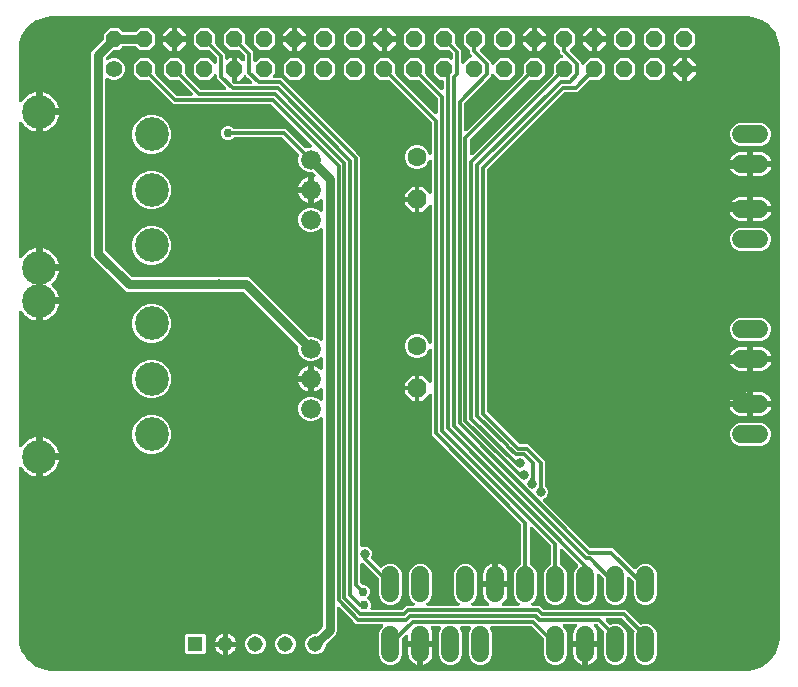
<source format=gbr>
G04 EAGLE Gerber RS-274X export*
G75*
%MOMM*%
%FSLAX34Y34*%
%LPD*%
%INBottom Copper*%
%IPPOS*%
%AMOC8*
5,1,8,0,0,1.08239X$1,22.5*%
G01*
%ADD10C,1.422400*%
%ADD11P,1.539592X8X22.500000*%
%ADD12C,1.524000*%
%ADD13R,1.308000X1.308000*%
%ADD14C,1.308000*%
%ADD15C,1.676400*%
%ADD16P,1.732040X8X292.500000*%
%ADD17C,1.600200*%
%ADD18C,2.850000*%
%ADD19C,0.800000*%
%ADD20C,0.756400*%
%ADD21C,0.806400*%
%ADD22P,5.411950X8X22.500000*%
%ADD23C,0.300000*%

G36*
X620032Y3005D02*
X620032Y3005D01*
X620118Y3005D01*
X624107Y3319D01*
X624179Y3334D01*
X624253Y3338D01*
X624438Y3384D01*
X624446Y3386D01*
X624448Y3387D01*
X624452Y3388D01*
X632040Y5853D01*
X632160Y5909D01*
X632284Y5957D01*
X632331Y5987D01*
X632354Y5998D01*
X632380Y6018D01*
X632458Y6066D01*
X638912Y10756D01*
X639002Y10839D01*
X639009Y10843D01*
X639018Y10852D01*
X639112Y10930D01*
X639148Y10972D01*
X639167Y10990D01*
X639186Y11018D01*
X639244Y11088D01*
X643934Y17542D01*
X643999Y17658D01*
X644070Y17770D01*
X644091Y17821D01*
X644103Y17843D01*
X644112Y17875D01*
X644147Y17960D01*
X646612Y25548D01*
X646627Y25620D01*
X646651Y25690D01*
X646678Y25878D01*
X646680Y25887D01*
X646680Y25889D01*
X646681Y25893D01*
X646995Y29882D01*
X646993Y29915D01*
X646999Y30000D01*
X646999Y530000D01*
X646995Y530032D01*
X646995Y530118D01*
X646681Y534107D01*
X646666Y534179D01*
X646662Y534253D01*
X646616Y534438D01*
X646614Y534446D01*
X646613Y534448D01*
X646612Y534452D01*
X644147Y542040D01*
X644091Y542160D01*
X644043Y542284D01*
X644013Y542331D01*
X644002Y542354D01*
X643982Y542380D01*
X643934Y542458D01*
X639244Y548912D01*
X639154Y549010D01*
X639070Y549112D01*
X639028Y549148D01*
X639010Y549167D01*
X638982Y549186D01*
X638912Y549244D01*
X632458Y553934D01*
X632342Y553999D01*
X632230Y554070D01*
X632179Y554091D01*
X632157Y554103D01*
X632125Y554112D01*
X632040Y554147D01*
X624452Y556612D01*
X624380Y556627D01*
X624310Y556651D01*
X624122Y556678D01*
X624113Y556680D01*
X624111Y556680D01*
X624107Y556681D01*
X620118Y556995D01*
X620085Y556993D01*
X620000Y556999D01*
X30000Y556999D01*
X29968Y556995D01*
X29882Y556995D01*
X25893Y556681D01*
X25821Y556666D01*
X25747Y556662D01*
X25562Y556616D01*
X25554Y556614D01*
X25552Y556613D01*
X25548Y556612D01*
X17960Y554147D01*
X17840Y554091D01*
X17716Y554043D01*
X17669Y554013D01*
X17646Y554002D01*
X17620Y553982D01*
X17542Y553934D01*
X11088Y549244D01*
X10990Y549154D01*
X10888Y549070D01*
X10852Y549028D01*
X10833Y549010D01*
X10814Y548982D01*
X10756Y548912D01*
X6066Y542458D01*
X6001Y542342D01*
X5930Y542230D01*
X5909Y542179D01*
X5897Y542157D01*
X5888Y542125D01*
X5853Y542040D01*
X3388Y534452D01*
X3373Y534380D01*
X3349Y534310D01*
X3322Y534122D01*
X3320Y534113D01*
X3320Y534111D01*
X3319Y534107D01*
X3005Y530118D01*
X3007Y530085D01*
X3001Y530000D01*
X3001Y485783D01*
X3015Y485657D01*
X3022Y485530D01*
X3035Y485485D01*
X3041Y485440D01*
X3084Y485320D01*
X3120Y485198D01*
X3142Y485158D01*
X3158Y485114D01*
X3228Y485008D01*
X3290Y484897D01*
X3322Y484863D01*
X3347Y484825D01*
X3439Y484737D01*
X3525Y484644D01*
X3564Y484618D01*
X3597Y484586D01*
X3707Y484522D01*
X3812Y484451D01*
X3856Y484435D01*
X3895Y484411D01*
X4017Y484374D01*
X4136Y484329D01*
X4181Y484323D01*
X4226Y484309D01*
X4353Y484300D01*
X4479Y484284D01*
X4525Y484289D01*
X4571Y484286D01*
X4696Y484306D01*
X4823Y484319D01*
X4866Y484334D01*
X4912Y484342D01*
X5029Y484390D01*
X5149Y484432D01*
X5189Y484457D01*
X5231Y484474D01*
X5334Y484548D01*
X5442Y484617D01*
X5474Y484649D01*
X5511Y484676D01*
X5595Y484773D01*
X5684Y484863D01*
X5719Y484916D01*
X5738Y484938D01*
X5753Y484966D01*
X5798Y485034D01*
X6009Y485399D01*
X7349Y487145D01*
X8905Y488701D01*
X10652Y490041D01*
X12558Y491141D01*
X14591Y491984D01*
X16717Y492553D01*
X17001Y492591D01*
X17001Y477550D01*
X17005Y477515D01*
X17002Y477480D01*
X17025Y477343D01*
X17041Y477207D01*
X17053Y477173D01*
X17058Y477138D01*
X17111Y477011D01*
X17158Y476882D01*
X17178Y476852D01*
X17191Y476819D01*
X17272Y476707D01*
X17347Y476592D01*
X17373Y476567D01*
X17393Y476539D01*
X17498Y476448D01*
X17597Y476353D01*
X17628Y476335D01*
X17654Y476312D01*
X17777Y476248D01*
X17895Y476178D01*
X17929Y476168D01*
X17961Y476151D01*
X18094Y476117D01*
X18226Y476076D01*
X18261Y476074D01*
X18295Y476065D01*
X18500Y476051D01*
X20001Y476051D01*
X20001Y476049D01*
X18500Y476049D01*
X18465Y476045D01*
X18429Y476047D01*
X18293Y476025D01*
X18157Y476009D01*
X18123Y475997D01*
X18088Y475991D01*
X17961Y475939D01*
X17831Y475892D01*
X17802Y475872D01*
X17769Y475859D01*
X17657Y475778D01*
X17542Y475703D01*
X17517Y475677D01*
X17489Y475657D01*
X17398Y475552D01*
X17303Y475453D01*
X17285Y475422D01*
X17262Y475395D01*
X17198Y475273D01*
X17128Y475155D01*
X17118Y475121D01*
X17101Y475089D01*
X17067Y474956D01*
X17026Y474824D01*
X17024Y474789D01*
X17015Y474755D01*
X17001Y474550D01*
X17001Y459509D01*
X16717Y459547D01*
X14591Y460116D01*
X12558Y460959D01*
X10652Y462059D01*
X8905Y463399D01*
X7349Y464955D01*
X6009Y466701D01*
X5798Y467066D01*
X5722Y467169D01*
X5653Y467275D01*
X5620Y467307D01*
X5592Y467344D01*
X5495Y467426D01*
X5403Y467514D01*
X5363Y467537D01*
X5328Y467567D01*
X5214Y467624D01*
X5105Y467689D01*
X5061Y467702D01*
X5020Y467723D01*
X4896Y467753D01*
X4774Y467791D01*
X4728Y467794D01*
X4684Y467805D01*
X4557Y467806D01*
X4429Y467814D01*
X4384Y467807D01*
X4338Y467807D01*
X4214Y467779D01*
X4088Y467758D01*
X4046Y467741D01*
X4001Y467731D01*
X3886Y467675D01*
X3769Y467626D01*
X3732Y467599D01*
X3690Y467579D01*
X3592Y467498D01*
X3489Y467424D01*
X3458Y467389D01*
X3423Y467360D01*
X3345Y467258D01*
X3262Y467162D01*
X3240Y467122D01*
X3212Y467085D01*
X3160Y466969D01*
X3101Y466856D01*
X3090Y466812D01*
X3071Y466770D01*
X3047Y466645D01*
X3015Y466522D01*
X3010Y466458D01*
X3005Y466430D01*
X3006Y466398D01*
X3001Y466317D01*
X3001Y353683D01*
X3015Y353557D01*
X3022Y353430D01*
X3035Y353385D01*
X3041Y353340D01*
X3084Y353220D01*
X3120Y353098D01*
X3142Y353058D01*
X3158Y353014D01*
X3228Y352908D01*
X3290Y352797D01*
X3322Y352763D01*
X3347Y352725D01*
X3439Y352637D01*
X3525Y352544D01*
X3564Y352518D01*
X3597Y352486D01*
X3707Y352422D01*
X3812Y352351D01*
X3856Y352335D01*
X3895Y352311D01*
X4017Y352274D01*
X4136Y352229D01*
X4181Y352223D01*
X4226Y352209D01*
X4353Y352200D01*
X4479Y352184D01*
X4525Y352189D01*
X4571Y352186D01*
X4696Y352206D01*
X4823Y352219D01*
X4866Y352234D01*
X4912Y352242D01*
X5029Y352290D01*
X5149Y352332D01*
X5189Y352357D01*
X5231Y352374D01*
X5334Y352448D01*
X5442Y352517D01*
X5474Y352549D01*
X5511Y352576D01*
X5595Y352673D01*
X5684Y352763D01*
X5719Y352816D01*
X5738Y352838D01*
X5753Y352866D01*
X5798Y352934D01*
X6009Y353299D01*
X7349Y355045D01*
X8905Y356601D01*
X10652Y357941D01*
X12558Y359041D01*
X14591Y359884D01*
X16717Y360453D01*
X17001Y360491D01*
X17001Y345450D01*
X17005Y345415D01*
X17002Y345380D01*
X17025Y345243D01*
X17041Y345107D01*
X17053Y345073D01*
X17058Y345038D01*
X17111Y344911D01*
X17158Y344782D01*
X17178Y344752D01*
X17191Y344719D01*
X17272Y344607D01*
X17347Y344492D01*
X17373Y344467D01*
X17393Y344439D01*
X17498Y344348D01*
X17597Y344253D01*
X17628Y344235D01*
X17654Y344212D01*
X17777Y344148D01*
X17895Y344078D01*
X17929Y344068D01*
X17961Y344051D01*
X18094Y344017D01*
X18226Y343976D01*
X18261Y343974D01*
X18295Y343965D01*
X18500Y343951D01*
X20001Y343951D01*
X20001Y343949D01*
X18500Y343949D01*
X18465Y343945D01*
X18429Y343947D01*
X18293Y343925D01*
X18157Y343909D01*
X18123Y343897D01*
X18088Y343891D01*
X17961Y343839D01*
X17831Y343792D01*
X17802Y343772D01*
X17769Y343759D01*
X17657Y343678D01*
X17542Y343603D01*
X17517Y343577D01*
X17489Y343557D01*
X17398Y343452D01*
X17303Y343353D01*
X17285Y343322D01*
X17262Y343295D01*
X17198Y343173D01*
X17128Y343055D01*
X17118Y343021D01*
X17101Y342989D01*
X17067Y342856D01*
X17026Y342724D01*
X17024Y342689D01*
X17015Y342655D01*
X17001Y342450D01*
X17001Y317550D01*
X17005Y317515D01*
X17002Y317480D01*
X17025Y317343D01*
X17041Y317207D01*
X17053Y317173D01*
X17058Y317138D01*
X17111Y317011D01*
X17158Y316882D01*
X17178Y316852D01*
X17191Y316819D01*
X17272Y316707D01*
X17347Y316592D01*
X17373Y316567D01*
X17393Y316539D01*
X17498Y316448D01*
X17597Y316353D01*
X17628Y316335D01*
X17654Y316312D01*
X17777Y316248D01*
X17895Y316178D01*
X17929Y316168D01*
X17961Y316151D01*
X18094Y316117D01*
X18226Y316076D01*
X18261Y316074D01*
X18295Y316065D01*
X18500Y316051D01*
X20001Y316051D01*
X20001Y316049D01*
X18500Y316049D01*
X18465Y316045D01*
X18429Y316047D01*
X18293Y316025D01*
X18157Y316009D01*
X18123Y315997D01*
X18088Y315991D01*
X17961Y315939D01*
X17831Y315892D01*
X17802Y315872D01*
X17769Y315859D01*
X17657Y315778D01*
X17542Y315703D01*
X17517Y315677D01*
X17489Y315657D01*
X17398Y315552D01*
X17303Y315453D01*
X17285Y315422D01*
X17262Y315395D01*
X17198Y315273D01*
X17128Y315155D01*
X17118Y315121D01*
X17101Y315089D01*
X17067Y314956D01*
X17026Y314824D01*
X17024Y314789D01*
X17015Y314755D01*
X17001Y314550D01*
X17001Y299509D01*
X16717Y299547D01*
X14591Y300116D01*
X12558Y300959D01*
X10652Y302059D01*
X8905Y303399D01*
X7349Y304955D01*
X6009Y306701D01*
X5798Y307066D01*
X5722Y307169D01*
X5653Y307275D01*
X5620Y307307D01*
X5592Y307344D01*
X5495Y307426D01*
X5403Y307514D01*
X5363Y307537D01*
X5328Y307567D01*
X5214Y307624D01*
X5105Y307689D01*
X5061Y307702D01*
X5020Y307723D01*
X4896Y307753D01*
X4774Y307791D01*
X4728Y307794D01*
X4684Y307805D01*
X4557Y307806D01*
X4429Y307814D01*
X4384Y307807D01*
X4338Y307807D01*
X4214Y307779D01*
X4088Y307758D01*
X4046Y307741D01*
X4001Y307731D01*
X3886Y307675D01*
X3769Y307626D01*
X3732Y307599D01*
X3690Y307579D01*
X3592Y307498D01*
X3489Y307424D01*
X3458Y307389D01*
X3423Y307360D01*
X3345Y307258D01*
X3262Y307162D01*
X3240Y307122D01*
X3212Y307085D01*
X3160Y306969D01*
X3101Y306856D01*
X3090Y306812D01*
X3071Y306770D01*
X3047Y306645D01*
X3015Y306522D01*
X3010Y306458D01*
X3005Y306430D01*
X3006Y306398D01*
X3001Y306317D01*
X3001Y193683D01*
X3015Y193557D01*
X3022Y193430D01*
X3035Y193385D01*
X3041Y193340D01*
X3084Y193220D01*
X3120Y193098D01*
X3142Y193058D01*
X3158Y193014D01*
X3228Y192908D01*
X3290Y192797D01*
X3322Y192763D01*
X3347Y192725D01*
X3439Y192637D01*
X3525Y192544D01*
X3564Y192518D01*
X3597Y192486D01*
X3707Y192422D01*
X3812Y192351D01*
X3856Y192335D01*
X3895Y192311D01*
X4017Y192274D01*
X4136Y192229D01*
X4181Y192223D01*
X4226Y192209D01*
X4353Y192200D01*
X4479Y192184D01*
X4525Y192189D01*
X4571Y192186D01*
X4696Y192206D01*
X4823Y192219D01*
X4866Y192234D01*
X4912Y192242D01*
X5029Y192290D01*
X5149Y192332D01*
X5189Y192357D01*
X5231Y192374D01*
X5334Y192448D01*
X5442Y192517D01*
X5474Y192549D01*
X5511Y192576D01*
X5595Y192673D01*
X5684Y192763D01*
X5719Y192816D01*
X5738Y192838D01*
X5753Y192866D01*
X5798Y192934D01*
X6009Y193299D01*
X7349Y195045D01*
X8905Y196601D01*
X10652Y197941D01*
X12558Y199041D01*
X14591Y199884D01*
X16717Y200453D01*
X17001Y200491D01*
X17001Y185450D01*
X17005Y185415D01*
X17002Y185380D01*
X17025Y185243D01*
X17041Y185107D01*
X17053Y185073D01*
X17058Y185038D01*
X17111Y184911D01*
X17158Y184782D01*
X17178Y184752D01*
X17191Y184719D01*
X17272Y184607D01*
X17347Y184492D01*
X17373Y184467D01*
X17393Y184439D01*
X17498Y184348D01*
X17597Y184253D01*
X17628Y184235D01*
X17654Y184212D01*
X17777Y184148D01*
X17895Y184078D01*
X17929Y184068D01*
X17961Y184051D01*
X18094Y184017D01*
X18226Y183976D01*
X18261Y183974D01*
X18295Y183965D01*
X18500Y183951D01*
X20001Y183951D01*
X20001Y183949D01*
X18500Y183949D01*
X18465Y183945D01*
X18429Y183947D01*
X18293Y183925D01*
X18157Y183909D01*
X18123Y183897D01*
X18088Y183891D01*
X17961Y183839D01*
X17831Y183792D01*
X17802Y183772D01*
X17769Y183759D01*
X17657Y183678D01*
X17542Y183603D01*
X17517Y183577D01*
X17489Y183557D01*
X17398Y183452D01*
X17303Y183353D01*
X17285Y183322D01*
X17262Y183295D01*
X17198Y183173D01*
X17128Y183055D01*
X17118Y183021D01*
X17101Y182989D01*
X17067Y182856D01*
X17026Y182724D01*
X17024Y182689D01*
X17015Y182655D01*
X17001Y182450D01*
X17001Y167409D01*
X16717Y167447D01*
X14591Y168016D01*
X12558Y168859D01*
X10652Y169959D01*
X8905Y171299D01*
X7349Y172855D01*
X6009Y174601D01*
X5798Y174966D01*
X5722Y175069D01*
X5653Y175175D01*
X5620Y175207D01*
X5592Y175244D01*
X5495Y175326D01*
X5403Y175414D01*
X5363Y175437D01*
X5328Y175467D01*
X5214Y175524D01*
X5105Y175589D01*
X5061Y175602D01*
X5020Y175623D01*
X4896Y175653D01*
X4774Y175691D01*
X4728Y175694D01*
X4684Y175705D01*
X4557Y175706D01*
X4429Y175714D01*
X4384Y175707D01*
X4338Y175707D01*
X4214Y175679D01*
X4088Y175658D01*
X4046Y175641D01*
X4001Y175631D01*
X3886Y175575D01*
X3769Y175526D01*
X3732Y175499D01*
X3690Y175479D01*
X3592Y175398D01*
X3489Y175324D01*
X3458Y175289D01*
X3423Y175260D01*
X3345Y175158D01*
X3262Y175062D01*
X3240Y175022D01*
X3212Y174985D01*
X3160Y174869D01*
X3101Y174756D01*
X3090Y174712D01*
X3071Y174670D01*
X3047Y174545D01*
X3015Y174422D01*
X3010Y174358D01*
X3005Y174330D01*
X3006Y174298D01*
X3001Y174217D01*
X3001Y30000D01*
X3005Y29968D01*
X3005Y29937D01*
X3003Y29917D01*
X3005Y29906D01*
X3005Y29882D01*
X3319Y25893D01*
X3334Y25821D01*
X3338Y25747D01*
X3384Y25562D01*
X3386Y25554D01*
X3387Y25552D01*
X3388Y25548D01*
X5853Y17960D01*
X5909Y17840D01*
X5957Y17716D01*
X5987Y17669D01*
X5998Y17646D01*
X6018Y17620D01*
X6066Y17542D01*
X10756Y11088D01*
X10812Y11026D01*
X10842Y10985D01*
X10870Y10961D01*
X10930Y10888D01*
X10972Y10852D01*
X10990Y10833D01*
X11018Y10814D01*
X11088Y10756D01*
X17542Y6066D01*
X17658Y6001D01*
X17770Y5930D01*
X17821Y5909D01*
X17843Y5897D01*
X17875Y5888D01*
X17960Y5853D01*
X25548Y3388D01*
X25620Y3373D01*
X25690Y3349D01*
X25878Y3322D01*
X25887Y3320D01*
X25889Y3320D01*
X25893Y3319D01*
X29882Y3005D01*
X29915Y3007D01*
X30000Y3001D01*
X620000Y3001D01*
X620032Y3005D01*
G37*
%LPC*%
G36*
X315586Y8159D02*
X315586Y8159D01*
X312050Y9624D01*
X309344Y12330D01*
X307879Y15866D01*
X307879Y34934D01*
X309344Y38470D01*
X310814Y39940D01*
X310879Y40022D01*
X310951Y40097D01*
X310986Y40157D01*
X311029Y40211D01*
X311073Y40305D01*
X311126Y40395D01*
X311146Y40461D01*
X311176Y40524D01*
X311197Y40626D01*
X311228Y40726D01*
X311233Y40795D01*
X311247Y40862D01*
X311244Y40966D01*
X311252Y41071D01*
X311240Y41139D01*
X311239Y41208D01*
X311212Y41309D01*
X311196Y41412D01*
X311169Y41476D01*
X311152Y41542D01*
X311103Y41635D01*
X311063Y41731D01*
X311023Y41787D01*
X310990Y41848D01*
X310922Y41927D01*
X310861Y42011D01*
X310808Y42057D01*
X310763Y42109D01*
X310679Y42170D01*
X310600Y42238D01*
X310538Y42270D01*
X310482Y42311D01*
X310386Y42350D01*
X310293Y42399D01*
X310226Y42416D01*
X310163Y42442D01*
X310060Y42459D01*
X309959Y42485D01*
X309855Y42492D01*
X309821Y42498D01*
X309799Y42496D01*
X309754Y42499D01*
X288550Y42499D01*
X286060Y44989D01*
X274560Y56489D01*
X274478Y56554D01*
X274403Y56626D01*
X274343Y56661D01*
X274289Y56704D01*
X274195Y56748D01*
X274105Y56801D01*
X274039Y56821D01*
X273976Y56851D01*
X273874Y56872D01*
X273774Y56903D01*
X273705Y56908D01*
X273638Y56922D01*
X273534Y56919D01*
X273429Y56927D01*
X273361Y56915D01*
X273292Y56914D01*
X273191Y56887D01*
X273088Y56871D01*
X273024Y56844D01*
X272958Y56827D01*
X272865Y56778D01*
X272769Y56738D01*
X272713Y56697D01*
X272652Y56665D01*
X272573Y56597D01*
X272489Y56536D01*
X272443Y56483D01*
X272391Y56438D01*
X272330Y56353D01*
X272262Y56275D01*
X272230Y56213D01*
X272189Y56157D01*
X272150Y56061D01*
X272101Y55968D01*
X272084Y55902D01*
X272057Y55838D01*
X272041Y55735D01*
X272015Y55634D01*
X272008Y55530D01*
X272002Y55496D01*
X272004Y55474D01*
X272001Y55429D01*
X272001Y36206D01*
X271087Y34001D01*
X262980Y25894D01*
X262893Y25784D01*
X262802Y25679D01*
X262786Y25649D01*
X262765Y25622D01*
X262706Y25496D01*
X262641Y25373D01*
X262633Y25340D01*
X262618Y25309D01*
X262590Y25173D01*
X262555Y25038D01*
X262552Y24993D01*
X262547Y24971D01*
X262548Y24937D01*
X262541Y24833D01*
X262541Y23701D01*
X261240Y20562D01*
X258838Y18160D01*
X255699Y16859D01*
X252301Y16859D01*
X249162Y18160D01*
X246760Y20562D01*
X245459Y23701D01*
X245459Y27099D01*
X246760Y30238D01*
X249162Y32640D01*
X252301Y33941D01*
X253433Y33941D01*
X253572Y33957D01*
X253711Y33967D01*
X253743Y33977D01*
X253777Y33981D01*
X253908Y34028D01*
X254041Y34069D01*
X254070Y34087D01*
X254102Y34098D01*
X254219Y34174D01*
X254339Y34245D01*
X254373Y34275D01*
X254392Y34287D01*
X254415Y34311D01*
X254494Y34380D01*
X259560Y39446D01*
X259630Y39535D01*
X259672Y39579D01*
X259683Y39598D01*
X259738Y39661D01*
X259754Y39691D01*
X259775Y39718D01*
X259834Y39844D01*
X259899Y39967D01*
X259907Y40000D01*
X259922Y40031D01*
X259950Y40167D01*
X259985Y40302D01*
X259988Y40347D01*
X259993Y40369D01*
X259992Y40403D01*
X259999Y40507D01*
X259999Y216296D01*
X259987Y216400D01*
X259985Y216504D01*
X259967Y216571D01*
X259959Y216640D01*
X259924Y216738D01*
X259898Y216839D01*
X259865Y216900D01*
X259842Y216965D01*
X259785Y217052D01*
X259736Y217145D01*
X259691Y217197D01*
X259653Y217255D01*
X259578Y217327D01*
X259509Y217405D01*
X259453Y217446D01*
X259403Y217493D01*
X259313Y217546D01*
X259228Y217607D01*
X259164Y217633D01*
X259105Y217668D01*
X259005Y217699D01*
X258909Y217739D01*
X258840Y217750D01*
X258774Y217770D01*
X258670Y217777D01*
X258567Y217794D01*
X258498Y217789D01*
X258429Y217794D01*
X258327Y217777D01*
X258222Y217770D01*
X258156Y217749D01*
X258088Y217738D01*
X257992Y217698D01*
X257892Y217667D01*
X257833Y217632D01*
X257769Y217605D01*
X257685Y217544D01*
X257595Y217491D01*
X257516Y217423D01*
X257489Y217403D01*
X257474Y217386D01*
X257440Y217357D01*
X255881Y215798D01*
X252065Y214217D01*
X247935Y214217D01*
X244119Y215798D01*
X241198Y218719D01*
X239617Y222535D01*
X239617Y226665D01*
X241198Y230481D01*
X244119Y233402D01*
X247935Y234983D01*
X252065Y234983D01*
X255881Y233402D01*
X257440Y231843D01*
X257522Y231779D01*
X257597Y231707D01*
X257657Y231672D01*
X257711Y231629D01*
X257805Y231584D01*
X257895Y231532D01*
X257961Y231511D01*
X258024Y231482D01*
X258126Y231460D01*
X258226Y231430D01*
X258295Y231425D01*
X258362Y231411D01*
X258466Y231413D01*
X258571Y231406D01*
X258639Y231417D01*
X258708Y231419D01*
X258809Y231445D01*
X258912Y231462D01*
X258976Y231489D01*
X259042Y231506D01*
X259135Y231555D01*
X259231Y231595D01*
X259287Y231635D01*
X259348Y231667D01*
X259427Y231736D01*
X259511Y231797D01*
X259557Y231849D01*
X259609Y231895D01*
X259670Y231979D01*
X259738Y232058D01*
X259770Y232119D01*
X259811Y232175D01*
X259850Y232272D01*
X259899Y232364D01*
X259916Y232431D01*
X259942Y232495D01*
X259959Y232598D01*
X259985Y232699D01*
X259992Y232803D01*
X259998Y232836D01*
X259996Y232859D01*
X259999Y232904D01*
X259999Y240933D01*
X259987Y241036D01*
X259985Y241141D01*
X259967Y241208D01*
X259959Y241276D01*
X259924Y241374D01*
X259898Y241475D01*
X259865Y241536D01*
X259842Y241601D01*
X259785Y241689D01*
X259736Y241781D01*
X259691Y241833D01*
X259653Y241891D01*
X259578Y241963D01*
X259509Y242042D01*
X259453Y242082D01*
X259403Y242130D01*
X259313Y242182D01*
X259228Y242243D01*
X259164Y242270D01*
X259105Y242305D01*
X259005Y242335D01*
X258909Y242375D01*
X258840Y242386D01*
X258774Y242407D01*
X258670Y242414D01*
X258567Y242430D01*
X258498Y242426D01*
X258429Y242430D01*
X258326Y242413D01*
X258222Y242406D01*
X258156Y242385D01*
X258088Y242374D01*
X257992Y242334D01*
X257892Y242303D01*
X257833Y242268D01*
X257769Y242242D01*
X257684Y242181D01*
X257594Y242128D01*
X257516Y242059D01*
X257489Y242039D01*
X257474Y242022D01*
X257440Y241993D01*
X257116Y241669D01*
X255725Y240658D01*
X254193Y239878D01*
X252558Y239346D01*
X252499Y239337D01*
X252499Y249000D01*
X252495Y249035D01*
X252498Y249070D01*
X252475Y249206D01*
X252459Y249343D01*
X252447Y249377D01*
X252442Y249412D01*
X252389Y249539D01*
X252342Y249668D01*
X252323Y249698D01*
X252309Y249731D01*
X252228Y249843D01*
X252153Y249958D01*
X252127Y249982D01*
X252110Y250006D01*
X252197Y250097D01*
X252215Y250128D01*
X252238Y250155D01*
X252302Y250277D01*
X252372Y250395D01*
X252382Y250429D01*
X252399Y250461D01*
X252433Y250594D01*
X252474Y250726D01*
X252476Y250761D01*
X252485Y250796D01*
X252499Y251000D01*
X252499Y260663D01*
X252558Y260654D01*
X254193Y260122D01*
X255725Y259342D01*
X257116Y258331D01*
X257440Y258007D01*
X257522Y257942D01*
X257597Y257870D01*
X257657Y257835D01*
X257711Y257793D01*
X257805Y257748D01*
X257895Y257695D01*
X257961Y257675D01*
X258024Y257646D01*
X258126Y257624D01*
X258226Y257593D01*
X258295Y257589D01*
X258362Y257574D01*
X258466Y257577D01*
X258571Y257570D01*
X258639Y257581D01*
X258708Y257583D01*
X258809Y257609D01*
X258912Y257626D01*
X258975Y257652D01*
X259042Y257670D01*
X259135Y257718D01*
X259231Y257758D01*
X259287Y257799D01*
X259348Y257831D01*
X259427Y257900D01*
X259511Y257961D01*
X259557Y258013D01*
X259609Y258058D01*
X259670Y258143D01*
X259738Y258222D01*
X259770Y258283D01*
X259811Y258339D01*
X259850Y258435D01*
X259899Y258528D01*
X259916Y258595D01*
X259942Y258659D01*
X259959Y258762D01*
X259985Y258863D01*
X259992Y258966D01*
X259998Y259000D01*
X259996Y259022D01*
X259999Y259067D01*
X259999Y267096D01*
X259987Y267200D01*
X259985Y267304D01*
X259967Y267371D01*
X259959Y267440D01*
X259924Y267538D01*
X259898Y267639D01*
X259865Y267700D01*
X259842Y267765D01*
X259785Y267852D01*
X259736Y267945D01*
X259691Y267997D01*
X259653Y268055D01*
X259578Y268127D01*
X259509Y268205D01*
X259453Y268246D01*
X259403Y268293D01*
X259313Y268346D01*
X259228Y268407D01*
X259164Y268433D01*
X259105Y268468D01*
X259005Y268499D01*
X258909Y268539D01*
X258840Y268550D01*
X258774Y268570D01*
X258670Y268577D01*
X258567Y268594D01*
X258498Y268589D01*
X258429Y268594D01*
X258327Y268577D01*
X258222Y268570D01*
X258156Y268549D01*
X258088Y268538D01*
X257992Y268498D01*
X257892Y268467D01*
X257833Y268432D01*
X257769Y268405D01*
X257685Y268344D01*
X257595Y268291D01*
X257516Y268223D01*
X257489Y268203D01*
X257474Y268186D01*
X257440Y268157D01*
X255881Y266598D01*
X252065Y265017D01*
X247935Y265017D01*
X244119Y266598D01*
X241198Y269519D01*
X239617Y273335D01*
X239617Y276675D01*
X239601Y276814D01*
X239591Y276953D01*
X239581Y276985D01*
X239577Y277019D01*
X239530Y277150D01*
X239489Y277283D01*
X239471Y277312D01*
X239460Y277344D01*
X239384Y277461D01*
X239313Y277581D01*
X239283Y277615D01*
X239271Y277634D01*
X239247Y277657D01*
X239178Y277736D01*
X193354Y323560D01*
X193244Y323647D01*
X193139Y323738D01*
X193109Y323754D01*
X193082Y323775D01*
X192956Y323834D01*
X192833Y323899D01*
X192800Y323907D01*
X192769Y323922D01*
X192633Y323950D01*
X192498Y323985D01*
X192453Y323988D01*
X192431Y323993D01*
X192397Y323992D01*
X192293Y323999D01*
X173575Y323999D01*
X173557Y323997D01*
X173539Y323999D01*
X173386Y323977D01*
X173300Y323967D01*
X170710Y323967D01*
X170666Y323980D01*
X170647Y323981D01*
X170629Y323985D01*
X170425Y323999D01*
X94806Y323999D01*
X92601Y324913D01*
X64913Y352601D01*
X63999Y354806D01*
X63999Y525194D01*
X64913Y527399D01*
X74148Y536634D01*
X74235Y536744D01*
X74326Y536849D01*
X74342Y536879D01*
X74363Y536906D01*
X74422Y537032D01*
X74487Y537155D01*
X74495Y537188D01*
X74510Y537219D01*
X74538Y537355D01*
X74573Y537490D01*
X74576Y537535D01*
X74581Y537557D01*
X74580Y537591D01*
X74587Y537695D01*
X74587Y541475D01*
X79925Y546813D01*
X87475Y546813D01*
X90147Y544140D01*
X90257Y544053D01*
X90362Y543962D01*
X90392Y543946D01*
X90418Y543925D01*
X90544Y543866D01*
X90668Y543801D01*
X90701Y543793D01*
X90731Y543778D01*
X90868Y543750D01*
X91003Y543715D01*
X91048Y543712D01*
X91070Y543707D01*
X91103Y543708D01*
X91208Y543701D01*
X101592Y543701D01*
X101731Y543717D01*
X101870Y543727D01*
X101902Y543737D01*
X101936Y543741D01*
X102067Y543788D01*
X102200Y543829D01*
X102229Y543847D01*
X102261Y543858D01*
X102378Y543934D01*
X102498Y544005D01*
X102532Y544035D01*
X102551Y544047D01*
X102574Y544071D01*
X102653Y544140D01*
X105325Y546813D01*
X112875Y546813D01*
X118213Y541475D01*
X118213Y533925D01*
X112875Y528587D01*
X105325Y528587D01*
X102653Y531260D01*
X102543Y531347D01*
X102438Y531438D01*
X102408Y531454D01*
X102382Y531475D01*
X102256Y531534D01*
X102132Y531599D01*
X102099Y531607D01*
X102069Y531622D01*
X101932Y531650D01*
X101797Y531685D01*
X101752Y531688D01*
X101730Y531693D01*
X101697Y531692D01*
X101592Y531699D01*
X91208Y531699D01*
X91069Y531683D01*
X90930Y531673D01*
X90898Y531663D01*
X90864Y531659D01*
X90733Y531612D01*
X90600Y531571D01*
X90571Y531553D01*
X90539Y531542D01*
X90422Y531466D01*
X90302Y531395D01*
X90268Y531365D01*
X90249Y531353D01*
X90226Y531329D01*
X90147Y531260D01*
X87475Y528587D01*
X83695Y528587D01*
X83556Y528571D01*
X83417Y528561D01*
X83385Y528551D01*
X83351Y528547D01*
X83220Y528500D01*
X83087Y528459D01*
X83058Y528441D01*
X83026Y528430D01*
X82909Y528354D01*
X82789Y528283D01*
X82755Y528253D01*
X82736Y528241D01*
X82713Y528217D01*
X82634Y528148D01*
X76994Y522508D01*
X76962Y522467D01*
X76923Y522432D01*
X76855Y522332D01*
X76780Y522237D01*
X76757Y522190D01*
X76728Y522146D01*
X76684Y522033D01*
X76633Y521924D01*
X76622Y521873D01*
X76603Y521824D01*
X76586Y521704D01*
X76562Y521586D01*
X76563Y521533D01*
X76556Y521482D01*
X76567Y521361D01*
X76570Y521240D01*
X76583Y521189D01*
X76588Y521137D01*
X76626Y521023D01*
X76657Y520905D01*
X76681Y520859D01*
X76698Y520810D01*
X76762Y520706D01*
X76818Y520600D01*
X76853Y520560D01*
X76880Y520516D01*
X76966Y520430D01*
X77045Y520339D01*
X77088Y520309D01*
X77125Y520272D01*
X77228Y520208D01*
X77326Y520137D01*
X77375Y520117D01*
X77419Y520090D01*
X77534Y520052D01*
X77646Y520005D01*
X77697Y519997D01*
X77747Y519980D01*
X77867Y519969D01*
X77987Y519950D01*
X78039Y519954D01*
X78091Y519949D01*
X78211Y519966D01*
X78332Y519975D01*
X78382Y519990D01*
X78434Y519997D01*
X78628Y520063D01*
X81887Y521413D01*
X85513Y521413D01*
X88862Y520025D01*
X91425Y517462D01*
X92813Y514113D01*
X92813Y510487D01*
X91425Y507138D01*
X88862Y504575D01*
X85513Y503187D01*
X81887Y503187D01*
X78526Y504580D01*
X78478Y504617D01*
X78403Y504689D01*
X78343Y504724D01*
X78289Y504767D01*
X78195Y504812D01*
X78105Y504864D01*
X78039Y504885D01*
X77976Y504914D01*
X77874Y504936D01*
X77774Y504966D01*
X77705Y504971D01*
X77638Y504985D01*
X77534Y504983D01*
X77429Y504990D01*
X77361Y504979D01*
X77292Y504977D01*
X77191Y504951D01*
X77088Y504934D01*
X77025Y504908D01*
X76958Y504890D01*
X76865Y504841D01*
X76769Y504801D01*
X76713Y504761D01*
X76652Y504729D01*
X76573Y504660D01*
X76489Y504599D01*
X76443Y504547D01*
X76391Y504502D01*
X76330Y504417D01*
X76262Y504338D01*
X76230Y504277D01*
X76190Y504221D01*
X76150Y504124D01*
X76101Y504032D01*
X76084Y503965D01*
X76058Y503901D01*
X76041Y503798D01*
X76015Y503697D01*
X76008Y503593D01*
X76002Y503560D01*
X76004Y503538D01*
X76001Y503492D01*
X76001Y359107D01*
X76017Y358968D01*
X76027Y358829D01*
X76037Y358797D01*
X76041Y358763D01*
X76088Y358632D01*
X76129Y358499D01*
X76147Y358470D01*
X76158Y358438D01*
X76234Y358321D01*
X76305Y358201D01*
X76335Y358167D01*
X76347Y358148D01*
X76371Y358125D01*
X76440Y358046D01*
X98046Y336440D01*
X98156Y336353D01*
X98261Y336262D01*
X98291Y336246D01*
X98318Y336225D01*
X98444Y336166D01*
X98567Y336101D01*
X98600Y336093D01*
X98631Y336078D01*
X98767Y336050D01*
X98902Y336015D01*
X98947Y336012D01*
X98969Y336007D01*
X99003Y336008D01*
X99107Y336001D01*
X170425Y336001D01*
X170443Y336003D01*
X170461Y336001D01*
X170614Y336023D01*
X170700Y336033D01*
X173290Y336033D01*
X173334Y336020D01*
X173353Y336019D01*
X173371Y336015D01*
X173575Y336001D01*
X196594Y336001D01*
X198799Y335087D01*
X247664Y286222D01*
X247774Y286135D01*
X247879Y286044D01*
X247909Y286028D01*
X247936Y286007D01*
X248062Y285948D01*
X248185Y285883D01*
X248218Y285875D01*
X248249Y285860D01*
X248385Y285832D01*
X248520Y285797D01*
X248565Y285794D01*
X248587Y285789D01*
X248621Y285790D01*
X248725Y285783D01*
X252065Y285783D01*
X255881Y284202D01*
X257440Y282643D01*
X257522Y282579D01*
X257597Y282507D01*
X257657Y282472D01*
X257711Y282429D01*
X257805Y282384D01*
X257895Y282332D01*
X257961Y282311D01*
X258024Y282282D01*
X258126Y282260D01*
X258226Y282230D01*
X258295Y282225D01*
X258362Y282211D01*
X258466Y282213D01*
X258571Y282206D01*
X258639Y282217D01*
X258708Y282219D01*
X258809Y282245D01*
X258912Y282262D01*
X258976Y282289D01*
X259042Y282306D01*
X259135Y282355D01*
X259231Y282395D01*
X259287Y282435D01*
X259348Y282467D01*
X259427Y282536D01*
X259511Y282597D01*
X259557Y282649D01*
X259609Y282695D01*
X259670Y282779D01*
X259738Y282858D01*
X259770Y282919D01*
X259811Y282975D01*
X259850Y283072D01*
X259899Y283164D01*
X259916Y283231D01*
X259942Y283295D01*
X259959Y283398D01*
X259985Y283499D01*
X259992Y283603D01*
X259998Y283636D01*
X259996Y283659D01*
X259999Y283704D01*
X259999Y376296D01*
X259987Y376400D01*
X259985Y376504D01*
X259967Y376571D01*
X259959Y376640D01*
X259924Y376738D01*
X259898Y376839D01*
X259865Y376900D01*
X259842Y376965D01*
X259785Y377052D01*
X259736Y377145D01*
X259691Y377197D01*
X259653Y377255D01*
X259578Y377327D01*
X259509Y377405D01*
X259453Y377446D01*
X259403Y377493D01*
X259313Y377546D01*
X259228Y377607D01*
X259164Y377633D01*
X259105Y377668D01*
X259005Y377699D01*
X258909Y377739D01*
X258840Y377750D01*
X258774Y377770D01*
X258670Y377777D01*
X258567Y377794D01*
X258498Y377789D01*
X258429Y377794D01*
X258327Y377777D01*
X258222Y377770D01*
X258156Y377749D01*
X258088Y377738D01*
X257992Y377698D01*
X257892Y377667D01*
X257833Y377632D01*
X257769Y377605D01*
X257685Y377544D01*
X257595Y377491D01*
X257516Y377423D01*
X257489Y377403D01*
X257474Y377386D01*
X257440Y377357D01*
X255881Y375798D01*
X252065Y374217D01*
X247935Y374217D01*
X244119Y375798D01*
X241198Y378719D01*
X239617Y382535D01*
X239617Y386665D01*
X241198Y390481D01*
X244119Y393402D01*
X247935Y394983D01*
X252065Y394983D01*
X255881Y393402D01*
X257440Y391843D01*
X257522Y391779D01*
X257597Y391707D01*
X257657Y391672D01*
X257711Y391629D01*
X257805Y391584D01*
X257895Y391532D01*
X257961Y391511D01*
X258024Y391482D01*
X258126Y391460D01*
X258226Y391430D01*
X258295Y391425D01*
X258362Y391411D01*
X258466Y391413D01*
X258571Y391406D01*
X258639Y391417D01*
X258708Y391419D01*
X258809Y391445D01*
X258912Y391462D01*
X258976Y391489D01*
X259042Y391506D01*
X259135Y391555D01*
X259231Y391595D01*
X259287Y391635D01*
X259348Y391667D01*
X259427Y391736D01*
X259511Y391797D01*
X259557Y391849D01*
X259609Y391895D01*
X259670Y391979D01*
X259738Y392058D01*
X259770Y392119D01*
X259811Y392175D01*
X259850Y392272D01*
X259899Y392364D01*
X259916Y392431D01*
X259942Y392495D01*
X259959Y392598D01*
X259985Y392699D01*
X259992Y392803D01*
X259998Y392836D01*
X259996Y392859D01*
X259999Y392904D01*
X259999Y400933D01*
X259987Y401036D01*
X259985Y401141D01*
X259967Y401208D01*
X259959Y401276D01*
X259924Y401374D01*
X259898Y401475D01*
X259865Y401536D01*
X259842Y401601D01*
X259785Y401689D01*
X259736Y401781D01*
X259691Y401833D01*
X259653Y401891D01*
X259578Y401963D01*
X259509Y402042D01*
X259453Y402082D01*
X259403Y402130D01*
X259313Y402182D01*
X259228Y402243D01*
X259164Y402270D01*
X259105Y402305D01*
X259005Y402335D01*
X258909Y402375D01*
X258840Y402386D01*
X258774Y402407D01*
X258670Y402414D01*
X258567Y402430D01*
X258498Y402426D01*
X258429Y402430D01*
X258326Y402413D01*
X258222Y402406D01*
X258156Y402385D01*
X258088Y402374D01*
X257992Y402334D01*
X257892Y402303D01*
X257833Y402268D01*
X257769Y402242D01*
X257684Y402181D01*
X257594Y402128D01*
X257516Y402059D01*
X257489Y402039D01*
X257474Y402022D01*
X257440Y401993D01*
X257116Y401669D01*
X255725Y400658D01*
X254193Y399878D01*
X252558Y399346D01*
X252499Y399337D01*
X252499Y409000D01*
X252495Y409035D01*
X252498Y409070D01*
X252475Y409206D01*
X252459Y409343D01*
X252447Y409377D01*
X252442Y409412D01*
X252389Y409539D01*
X252342Y409668D01*
X252323Y409698D01*
X252309Y409731D01*
X252228Y409843D01*
X252153Y409958D01*
X252127Y409982D01*
X252110Y410006D01*
X252197Y410097D01*
X252215Y410128D01*
X252238Y410155D01*
X252302Y410277D01*
X252372Y410395D01*
X252382Y410429D01*
X252399Y410461D01*
X252433Y410594D01*
X252474Y410726D01*
X252476Y410761D01*
X252485Y410796D01*
X252499Y411000D01*
X252499Y420667D01*
X252620Y420670D01*
X252745Y420665D01*
X252793Y420674D01*
X252842Y420675D01*
X252962Y420706D01*
X253084Y420730D01*
X253129Y420750D01*
X253176Y420762D01*
X253286Y420820D01*
X253400Y420871D01*
X253439Y420901D01*
X253482Y420923D01*
X253576Y421005D01*
X253675Y421081D01*
X253706Y421118D01*
X253743Y421151D01*
X253815Y421252D01*
X253894Y421348D01*
X253916Y421392D01*
X253944Y421431D01*
X253992Y421546D01*
X254047Y421658D01*
X254058Y421706D01*
X254076Y421751D01*
X254096Y421874D01*
X254124Y421995D01*
X254124Y422044D01*
X254132Y422092D01*
X254123Y422217D01*
X254122Y422341D01*
X254111Y422388D01*
X254107Y422437D01*
X254070Y422556D01*
X254041Y422677D01*
X254019Y422721D01*
X254004Y422767D01*
X253941Y422874D01*
X253885Y422986D01*
X253854Y423023D01*
X253829Y423065D01*
X253694Y423220D01*
X252336Y424578D01*
X252226Y424665D01*
X252121Y424756D01*
X252091Y424772D01*
X252064Y424793D01*
X251938Y424852D01*
X251815Y424917D01*
X251782Y424925D01*
X251751Y424940D01*
X251615Y424968D01*
X251480Y425003D01*
X251435Y425006D01*
X251413Y425011D01*
X251380Y425010D01*
X251275Y425017D01*
X247935Y425017D01*
X244119Y426598D01*
X241198Y429519D01*
X239617Y433335D01*
X239617Y437465D01*
X240220Y438920D01*
X240244Y439004D01*
X240277Y439085D01*
X240291Y439170D01*
X240315Y439253D01*
X240319Y439340D01*
X240333Y439427D01*
X240327Y439513D01*
X240330Y439598D01*
X240314Y439684D01*
X240308Y439772D01*
X240283Y439854D01*
X240267Y439938D01*
X240231Y440018D01*
X240205Y440102D01*
X240162Y440176D01*
X240127Y440254D01*
X240074Y440324D01*
X240030Y440400D01*
X239935Y440508D01*
X239919Y440530D01*
X239909Y440538D01*
X239895Y440554D01*
X226389Y454060D01*
X226280Y454147D01*
X226174Y454238D01*
X226144Y454254D01*
X226118Y454275D01*
X225992Y454334D01*
X225868Y454399D01*
X225836Y454407D01*
X225805Y454422D01*
X225669Y454450D01*
X225534Y454485D01*
X225488Y454488D01*
X225467Y454493D01*
X225433Y454492D01*
X225329Y454499D01*
X185298Y454499D01*
X185160Y454483D01*
X185021Y454473D01*
X184988Y454463D01*
X184955Y454459D01*
X184824Y454412D01*
X184691Y454371D01*
X184661Y454353D01*
X184630Y454342D01*
X184513Y454266D01*
X184393Y454195D01*
X184359Y454165D01*
X184340Y454153D01*
X184317Y454129D01*
X184238Y454060D01*
X183276Y453098D01*
X181150Y452217D01*
X178850Y452217D01*
X176724Y453098D01*
X175098Y454724D01*
X174217Y456850D01*
X174217Y459150D01*
X175098Y461276D01*
X176724Y462902D01*
X178850Y463783D01*
X181150Y463783D01*
X183276Y462902D01*
X184238Y461940D01*
X184347Y461853D01*
X184453Y461762D01*
X184483Y461746D01*
X184509Y461725D01*
X184635Y461666D01*
X184759Y461601D01*
X184792Y461593D01*
X184822Y461578D01*
X184958Y461550D01*
X185094Y461515D01*
X185139Y461512D01*
X185161Y461507D01*
X185194Y461508D01*
X185298Y461501D01*
X228850Y461501D01*
X244846Y445505D01*
X244914Y445451D01*
X244976Y445389D01*
X245050Y445344D01*
X245117Y445290D01*
X245196Y445253D01*
X245271Y445207D01*
X245352Y445180D01*
X245430Y445143D01*
X245515Y445125D01*
X245599Y445098D01*
X245684Y445090D01*
X245768Y445072D01*
X245856Y445074D01*
X245943Y445066D01*
X246028Y445078D01*
X246114Y445080D01*
X246199Y445102D01*
X246285Y445115D01*
X246422Y445161D01*
X246448Y445167D01*
X246459Y445173D01*
X246480Y445180D01*
X247935Y445783D01*
X249647Y445783D01*
X249750Y445795D01*
X249855Y445797D01*
X249922Y445815D01*
X249990Y445823D01*
X250089Y445858D01*
X250189Y445884D01*
X250250Y445917D01*
X250316Y445940D01*
X250403Y445997D01*
X250495Y446046D01*
X250547Y446091D01*
X250605Y446129D01*
X250677Y446204D01*
X250756Y446273D01*
X250796Y446329D01*
X250844Y446379D01*
X250897Y446469D01*
X250958Y446554D01*
X250984Y446618D01*
X251019Y446677D01*
X251050Y446777D01*
X251089Y446873D01*
X251101Y446942D01*
X251121Y447008D01*
X251128Y447112D01*
X251145Y447215D01*
X251140Y447284D01*
X251145Y447353D01*
X251128Y447455D01*
X251120Y447560D01*
X251100Y447626D01*
X251089Y447694D01*
X251049Y447790D01*
X251018Y447890D01*
X250982Y447949D01*
X250956Y448013D01*
X250895Y448098D01*
X250842Y448187D01*
X250773Y448266D01*
X250754Y448293D01*
X250737Y448308D01*
X250707Y448342D01*
X216989Y482060D01*
X216880Y482147D01*
X216774Y482238D01*
X216744Y482254D01*
X216718Y482275D01*
X216592Y482334D01*
X216468Y482399D01*
X216436Y482407D01*
X216405Y482422D01*
X216269Y482450D01*
X216134Y482485D01*
X216088Y482488D01*
X216067Y482493D01*
X216033Y482492D01*
X215929Y482499D01*
X133950Y482499D01*
X113701Y502748D01*
X113592Y502835D01*
X113486Y502926D01*
X113456Y502942D01*
X113430Y502963D01*
X113304Y503022D01*
X113180Y503087D01*
X113148Y503095D01*
X113117Y503110D01*
X112981Y503138D01*
X112846Y503173D01*
X112800Y503176D01*
X112779Y503181D01*
X112745Y503180D01*
X112641Y503187D01*
X105325Y503187D01*
X99987Y508525D01*
X99987Y516075D01*
X105325Y521413D01*
X112875Y521413D01*
X118213Y516075D01*
X118213Y508759D01*
X118229Y508621D01*
X118239Y508482D01*
X118249Y508449D01*
X118253Y508416D01*
X118300Y508285D01*
X118341Y508151D01*
X118359Y508122D01*
X118370Y508090D01*
X118446Y507974D01*
X118517Y507854D01*
X118547Y507820D01*
X118559Y507801D01*
X118583Y507778D01*
X118652Y507699D01*
X136411Y489940D01*
X136520Y489853D01*
X136626Y489762D01*
X136656Y489746D01*
X136682Y489725D01*
X136808Y489666D01*
X136932Y489601D01*
X136964Y489593D01*
X136995Y489578D01*
X137131Y489550D01*
X137266Y489515D01*
X137312Y489512D01*
X137333Y489507D01*
X137367Y489508D01*
X137471Y489501D01*
X148729Y489501D01*
X148832Y489513D01*
X148937Y489515D01*
X149004Y489533D01*
X149072Y489541D01*
X149171Y489576D01*
X149271Y489602D01*
X149332Y489635D01*
X149398Y489658D01*
X149485Y489715D01*
X149577Y489764D01*
X149629Y489809D01*
X149687Y489847D01*
X149759Y489922D01*
X149838Y489991D01*
X149878Y490047D01*
X149926Y490097D01*
X149979Y490187D01*
X150040Y490272D01*
X150066Y490336D01*
X150101Y490395D01*
X150132Y490495D01*
X150171Y490591D01*
X150183Y490660D01*
X150203Y490726D01*
X150210Y490830D01*
X150227Y490933D01*
X150222Y491002D01*
X150227Y491071D01*
X150210Y491173D01*
X150202Y491278D01*
X150182Y491344D01*
X150171Y491412D01*
X150131Y491508D01*
X150100Y491608D01*
X150064Y491667D01*
X150038Y491731D01*
X149977Y491816D01*
X149924Y491905D01*
X149855Y491984D01*
X149836Y492011D01*
X149819Y492026D01*
X149789Y492060D01*
X139101Y502748D01*
X138992Y502835D01*
X138886Y502926D01*
X138856Y502942D01*
X138830Y502963D01*
X138704Y503022D01*
X138580Y503087D01*
X138548Y503095D01*
X138517Y503110D01*
X138381Y503138D01*
X138246Y503173D01*
X138200Y503176D01*
X138179Y503181D01*
X138145Y503180D01*
X138041Y503187D01*
X130725Y503187D01*
X125387Y508525D01*
X125387Y516075D01*
X130725Y521413D01*
X138275Y521413D01*
X143613Y516075D01*
X143613Y508759D01*
X143629Y508621D01*
X143639Y508482D01*
X143649Y508449D01*
X143653Y508416D01*
X143700Y508285D01*
X143741Y508151D01*
X143759Y508122D01*
X143770Y508090D01*
X143846Y507974D01*
X143917Y507854D01*
X143947Y507820D01*
X143959Y507801D01*
X143983Y507778D01*
X144052Y507699D01*
X156811Y494940D01*
X156920Y494853D01*
X157026Y494762D01*
X157056Y494746D01*
X157082Y494725D01*
X157208Y494666D01*
X157332Y494601D01*
X157364Y494593D01*
X157395Y494578D01*
X157531Y494550D01*
X157666Y494515D01*
X157712Y494512D01*
X157733Y494507D01*
X157767Y494508D01*
X157871Y494501D01*
X176929Y494501D01*
X177032Y494513D01*
X177137Y494515D01*
X177204Y494533D01*
X177272Y494541D01*
X177371Y494576D01*
X177471Y494602D01*
X177532Y494635D01*
X177598Y494658D01*
X177685Y494715D01*
X177777Y494764D01*
X177829Y494809D01*
X177887Y494847D01*
X177959Y494922D01*
X178038Y494991D01*
X178078Y495047D01*
X178126Y495097D01*
X178179Y495187D01*
X178240Y495272D01*
X178266Y495336D01*
X178301Y495395D01*
X178332Y495495D01*
X178371Y495591D01*
X178383Y495660D01*
X178403Y495726D01*
X178410Y495830D01*
X178427Y495933D01*
X178422Y496002D01*
X178427Y496071D01*
X178410Y496173D01*
X178402Y496278D01*
X178382Y496344D01*
X178371Y496412D01*
X178331Y496508D01*
X178300Y496608D01*
X178264Y496667D01*
X178238Y496731D01*
X178177Y496816D01*
X178124Y496905D01*
X178055Y496984D01*
X178036Y497011D01*
X178019Y497026D01*
X177989Y497060D01*
X172989Y502060D01*
X170499Y504550D01*
X170499Y506392D01*
X170487Y506496D01*
X170485Y506600D01*
X170467Y506667D01*
X170459Y506736D01*
X170424Y506834D01*
X170398Y506935D01*
X170365Y506996D01*
X170342Y507061D01*
X170285Y507149D01*
X170236Y507241D01*
X170191Y507293D01*
X170153Y507351D01*
X170078Y507423D01*
X170009Y507501D01*
X169953Y507542D01*
X169903Y507589D01*
X169813Y507642D01*
X169728Y507703D01*
X169664Y507729D01*
X169605Y507764D01*
X169505Y507795D01*
X169409Y507835D01*
X169340Y507846D01*
X169274Y507866D01*
X169170Y507874D01*
X169067Y507890D01*
X168998Y507885D01*
X168929Y507890D01*
X168827Y507873D01*
X168722Y507866D01*
X168656Y507845D01*
X168588Y507834D01*
X168492Y507794D01*
X168392Y507763D01*
X168333Y507728D01*
X168269Y507701D01*
X168184Y507640D01*
X168095Y507587D01*
X168016Y507519D01*
X167989Y507499D01*
X167974Y507482D01*
X167940Y507453D01*
X163675Y503187D01*
X156125Y503187D01*
X150787Y508525D01*
X150787Y516075D01*
X156125Y521413D01*
X163675Y521413D01*
X167940Y517147D01*
X168022Y517083D01*
X168097Y517011D01*
X168157Y516976D01*
X168211Y516933D01*
X168305Y516888D01*
X168395Y516836D01*
X168461Y516815D01*
X168524Y516786D01*
X168626Y516764D01*
X168726Y516734D01*
X168795Y516729D01*
X168862Y516715D01*
X168966Y516717D01*
X169071Y516710D01*
X169139Y516721D01*
X169208Y516723D01*
X169309Y516749D01*
X169412Y516766D01*
X169476Y516792D01*
X169542Y516810D01*
X169635Y516859D01*
X169731Y516899D01*
X169787Y516939D01*
X169848Y516971D01*
X169927Y517040D01*
X170011Y517101D01*
X170057Y517153D01*
X170109Y517198D01*
X170170Y517283D01*
X170238Y517362D01*
X170270Y517423D01*
X170311Y517479D01*
X170350Y517576D01*
X170399Y517668D01*
X170416Y517735D01*
X170442Y517799D01*
X170459Y517902D01*
X170485Y518003D01*
X170492Y518107D01*
X170498Y518140D01*
X170496Y518163D01*
X170499Y518208D01*
X170499Y521529D01*
X170483Y521667D01*
X170473Y521806D01*
X170463Y521839D01*
X170459Y521872D01*
X170412Y522003D01*
X170371Y522137D01*
X170353Y522166D01*
X170342Y522198D01*
X170266Y522314D01*
X170195Y522434D01*
X170165Y522468D01*
X170153Y522487D01*
X170129Y522510D01*
X170060Y522589D01*
X164501Y528148D01*
X164392Y528235D01*
X164286Y528326D01*
X164256Y528342D01*
X164230Y528363D01*
X164104Y528422D01*
X163980Y528487D01*
X163948Y528495D01*
X163917Y528510D01*
X163781Y528538D01*
X163646Y528573D01*
X163600Y528576D01*
X163579Y528581D01*
X163545Y528580D01*
X163441Y528587D01*
X156125Y528587D01*
X150787Y533925D01*
X150787Y541475D01*
X156125Y546813D01*
X163675Y546813D01*
X169013Y541475D01*
X169013Y534159D01*
X169029Y534021D01*
X169039Y533882D01*
X169049Y533849D01*
X169053Y533816D01*
X169100Y533685D01*
X169141Y533551D01*
X169159Y533522D01*
X169170Y533490D01*
X169246Y533374D01*
X169317Y533254D01*
X169347Y533220D01*
X169359Y533201D01*
X169383Y533178D01*
X169452Y533099D01*
X177501Y525050D01*
X177501Y521771D01*
X177513Y521668D01*
X177515Y521563D01*
X177533Y521496D01*
X177541Y521428D01*
X177576Y521329D01*
X177602Y521229D01*
X177635Y521168D01*
X177658Y521103D01*
X177715Y521015D01*
X177764Y520923D01*
X177809Y520871D01*
X177847Y520813D01*
X177922Y520741D01*
X177991Y520662D01*
X178047Y520622D01*
X178097Y520574D01*
X178187Y520522D01*
X178272Y520461D01*
X178336Y520434D01*
X178395Y520399D01*
X178495Y520369D01*
X178591Y520329D01*
X178660Y520318D01*
X178726Y520297D01*
X178830Y520290D01*
X178933Y520273D01*
X179002Y520278D01*
X179071Y520274D01*
X179173Y520291D01*
X179278Y520298D01*
X179344Y520318D01*
X179412Y520330D01*
X179508Y520370D01*
X179608Y520401D01*
X179667Y520436D01*
X179731Y520462D01*
X179815Y520523D01*
X179905Y520576D01*
X179984Y520645D01*
X180011Y520665D01*
X180026Y520681D01*
X180060Y520711D01*
X181302Y521953D01*
X183015Y521953D01*
X183015Y513086D01*
X183019Y513051D01*
X183016Y513016D01*
X183039Y512880D01*
X183055Y512743D01*
X183067Y512709D01*
X183072Y512674D01*
X183125Y512547D01*
X183172Y512418D01*
X183191Y512388D01*
X183205Y512355D01*
X183245Y512300D01*
X183212Y512237D01*
X183142Y512119D01*
X183132Y512085D01*
X183115Y512053D01*
X183081Y511920D01*
X183040Y511788D01*
X183038Y511753D01*
X183029Y511718D01*
X183015Y511514D01*
X183015Y502557D01*
X183031Y502419D01*
X183041Y502280D01*
X183051Y502247D01*
X183055Y502214D01*
X183102Y502083D01*
X183143Y501949D01*
X183161Y501920D01*
X183172Y501888D01*
X183248Y501772D01*
X183319Y501652D01*
X183349Y501618D01*
X183361Y501599D01*
X183385Y501576D01*
X183454Y501497D01*
X185011Y499940D01*
X185120Y499853D01*
X185226Y499762D01*
X185256Y499746D01*
X185282Y499725D01*
X185408Y499666D01*
X185532Y499601D01*
X185564Y499593D01*
X185595Y499578D01*
X185731Y499550D01*
X185866Y499515D01*
X185912Y499512D01*
X185933Y499507D01*
X185967Y499508D01*
X186071Y499501D01*
X198929Y499501D01*
X199032Y499513D01*
X199137Y499515D01*
X199204Y499533D01*
X199272Y499541D01*
X199371Y499576D01*
X199471Y499602D01*
X199532Y499635D01*
X199598Y499658D01*
X199685Y499715D01*
X199777Y499764D01*
X199829Y499809D01*
X199887Y499847D01*
X199959Y499922D01*
X200038Y499991D01*
X200078Y500047D01*
X200126Y500097D01*
X200179Y500187D01*
X200240Y500272D01*
X200266Y500336D01*
X200301Y500395D01*
X200332Y500495D01*
X200371Y500591D01*
X200383Y500660D01*
X200403Y500726D01*
X200410Y500830D01*
X200427Y500933D01*
X200422Y501002D01*
X200427Y501071D01*
X200410Y501173D01*
X200402Y501278D01*
X200382Y501344D01*
X200371Y501412D01*
X200331Y501508D01*
X200300Y501608D01*
X200264Y501667D01*
X200238Y501731D01*
X200177Y501816D01*
X200124Y501905D01*
X200055Y501984D01*
X200036Y502011D01*
X200019Y502026D01*
X199989Y502060D01*
X196989Y505060D01*
X195410Y506639D01*
X195383Y506661D01*
X195359Y506688D01*
X195247Y506768D01*
X195139Y506854D01*
X195107Y506869D01*
X195078Y506889D01*
X194951Y506942D01*
X194826Y507001D01*
X194792Y507008D01*
X194759Y507021D01*
X194623Y507043D01*
X194488Y507072D01*
X194453Y507071D01*
X194417Y507077D01*
X194280Y507067D01*
X194142Y507064D01*
X194108Y507055D01*
X194073Y507052D01*
X193941Y507011D01*
X193808Y506977D01*
X193776Y506960D01*
X193742Y506949D01*
X193624Y506880D01*
X193502Y506815D01*
X193475Y506792D01*
X193445Y506774D01*
X193290Y506639D01*
X189298Y502647D01*
X187585Y502647D01*
X187585Y511514D01*
X187581Y511549D01*
X187584Y511584D01*
X187561Y511720D01*
X187545Y511857D01*
X187533Y511891D01*
X187528Y511926D01*
X187475Y512053D01*
X187428Y512182D01*
X187409Y512212D01*
X187395Y512245D01*
X187355Y512300D01*
X187388Y512363D01*
X187458Y512481D01*
X187468Y512515D01*
X187485Y512547D01*
X187519Y512680D01*
X187560Y512812D01*
X187562Y512847D01*
X187571Y512882D01*
X187585Y513086D01*
X187585Y521953D01*
X189298Y521953D01*
X191940Y519311D01*
X192022Y519246D01*
X192097Y519174D01*
X192157Y519139D01*
X192211Y519096D01*
X192305Y519052D01*
X192395Y518999D01*
X192461Y518979D01*
X192524Y518950D01*
X192626Y518928D01*
X192726Y518897D01*
X192795Y518893D01*
X192862Y518878D01*
X192966Y518881D01*
X193071Y518874D01*
X193139Y518885D01*
X193208Y518886D01*
X193309Y518913D01*
X193412Y518930D01*
X193476Y518956D01*
X193542Y518974D01*
X193635Y519022D01*
X193731Y519062D01*
X193787Y519103D01*
X193848Y519135D01*
X193927Y519204D01*
X194011Y519265D01*
X194057Y519317D01*
X194109Y519362D01*
X194170Y519447D01*
X194238Y519526D01*
X194270Y519587D01*
X194311Y519643D01*
X194350Y519739D01*
X194399Y519832D01*
X194416Y519899D01*
X194442Y519963D01*
X194459Y520065D01*
X194485Y520167D01*
X194492Y520271D01*
X194498Y520304D01*
X194496Y520326D01*
X194499Y520371D01*
X194499Y522929D01*
X194483Y523067D01*
X194473Y523206D01*
X194463Y523239D01*
X194459Y523272D01*
X194412Y523403D01*
X194371Y523537D01*
X194353Y523566D01*
X194342Y523598D01*
X194266Y523714D01*
X194195Y523834D01*
X194165Y523868D01*
X194153Y523887D01*
X194129Y523910D01*
X194060Y523989D01*
X189901Y528148D01*
X189792Y528235D01*
X189687Y528326D01*
X189657Y528342D01*
X189630Y528363D01*
X189504Y528422D01*
X189380Y528487D01*
X189348Y528495D01*
X189317Y528510D01*
X189181Y528538D01*
X189046Y528573D01*
X189001Y528576D01*
X188979Y528581D01*
X188945Y528580D01*
X188841Y528587D01*
X181525Y528587D01*
X176187Y533925D01*
X176187Y541475D01*
X181525Y546813D01*
X189075Y546813D01*
X194413Y541475D01*
X194413Y534159D01*
X194429Y534021D01*
X194439Y533881D01*
X194449Y533849D01*
X194453Y533816D01*
X194500Y533685D01*
X194541Y533551D01*
X194559Y533522D01*
X194570Y533490D01*
X194646Y533374D01*
X194717Y533254D01*
X194747Y533220D01*
X194759Y533201D01*
X194783Y533178D01*
X194852Y533099D01*
X199011Y528940D01*
X201501Y526450D01*
X201501Y519608D01*
X201513Y519504D01*
X201515Y519400D01*
X201533Y519333D01*
X201541Y519264D01*
X201576Y519166D01*
X201602Y519065D01*
X201635Y519004D01*
X201658Y518939D01*
X201715Y518851D01*
X201764Y518759D01*
X201809Y518707D01*
X201847Y518649D01*
X201922Y518577D01*
X201991Y518499D01*
X202047Y518458D01*
X202097Y518411D01*
X202187Y518358D01*
X202272Y518297D01*
X202336Y518271D01*
X202395Y518236D01*
X202495Y518205D01*
X202591Y518165D01*
X202660Y518154D01*
X202726Y518134D01*
X202830Y518126D01*
X202933Y518110D01*
X203002Y518115D01*
X203071Y518110D01*
X203173Y518127D01*
X203278Y518134D01*
X203344Y518155D01*
X203412Y518166D01*
X203508Y518206D01*
X203608Y518237D01*
X203667Y518272D01*
X203731Y518299D01*
X203816Y518360D01*
X203905Y518413D01*
X203984Y518481D01*
X204011Y518501D01*
X204026Y518518D01*
X204060Y518547D01*
X206925Y521413D01*
X214475Y521413D01*
X219813Y516075D01*
X219813Y508525D01*
X218347Y507060D01*
X218283Y506978D01*
X218211Y506903D01*
X218176Y506843D01*
X218133Y506789D01*
X218088Y506695D01*
X218036Y506605D01*
X218015Y506539D01*
X217986Y506476D01*
X217964Y506374D01*
X217934Y506274D01*
X217929Y506205D01*
X217915Y506138D01*
X217917Y506034D01*
X217910Y505929D01*
X217921Y505861D01*
X217923Y505792D01*
X217949Y505691D01*
X217966Y505588D01*
X217992Y505524D01*
X218010Y505458D01*
X218059Y505365D01*
X218099Y505269D01*
X218139Y505213D01*
X218171Y505152D01*
X218240Y505073D01*
X218301Y504989D01*
X218353Y504943D01*
X218398Y504891D01*
X218483Y504830D01*
X218562Y504762D01*
X218623Y504730D01*
X218679Y504689D01*
X218776Y504650D01*
X218868Y504601D01*
X218935Y504584D01*
X218999Y504558D01*
X219102Y504541D01*
X219203Y504515D01*
X219307Y504508D01*
X219340Y504502D01*
X219363Y504504D01*
X219408Y504501D01*
X225663Y504501D01*
X289511Y440653D01*
X292001Y438163D01*
X292001Y109104D01*
X292019Y108949D01*
X292033Y108793D01*
X292039Y108777D01*
X292041Y108760D01*
X292094Y108613D01*
X292143Y108465D01*
X292152Y108451D01*
X292158Y108435D01*
X292243Y108304D01*
X292326Y108172D01*
X292338Y108160D01*
X292347Y108146D01*
X292460Y108038D01*
X292570Y107927D01*
X292585Y107919D01*
X292597Y107907D01*
X292732Y107828D01*
X292865Y107746D01*
X292881Y107740D01*
X292895Y107732D01*
X293044Y107686D01*
X293193Y107636D01*
X293209Y107635D01*
X293226Y107630D01*
X293382Y107619D01*
X293537Y107605D01*
X293554Y107607D01*
X293571Y107606D01*
X293725Y107632D01*
X293879Y107653D01*
X293900Y107660D01*
X293912Y107662D01*
X293937Y107673D01*
X294074Y107719D01*
X294832Y108033D01*
X297232Y108033D01*
X299449Y107114D01*
X301146Y105417D01*
X302065Y103200D01*
X302065Y100800D01*
X301214Y98746D01*
X301190Y98662D01*
X301156Y98581D01*
X301143Y98496D01*
X301119Y98413D01*
X301115Y98326D01*
X301101Y98239D01*
X301107Y98154D01*
X301103Y98068D01*
X301119Y97982D01*
X301126Y97895D01*
X301151Y97813D01*
X301167Y97728D01*
X301202Y97648D01*
X301228Y97564D01*
X301272Y97490D01*
X301307Y97412D01*
X301360Y97342D01*
X301404Y97267D01*
X301499Y97158D01*
X301515Y97136D01*
X301525Y97128D01*
X301539Y97112D01*
X308302Y90348D01*
X308330Y90326D01*
X308353Y90300D01*
X308466Y90219D01*
X308573Y90134D01*
X308605Y90119D01*
X308634Y90098D01*
X308762Y90045D01*
X308886Y89987D01*
X308921Y89980D01*
X308954Y89966D01*
X309090Y89944D01*
X309225Y89916D01*
X309260Y89916D01*
X309295Y89911D01*
X309433Y89921D01*
X309570Y89924D01*
X309605Y89933D01*
X309640Y89935D01*
X309772Y89976D01*
X309905Y90011D01*
X309936Y90027D01*
X309970Y90038D01*
X310089Y90108D01*
X310211Y90172D01*
X310237Y90196D01*
X310268Y90214D01*
X310423Y90348D01*
X312050Y91976D01*
X315586Y93441D01*
X319414Y93441D01*
X322950Y91976D01*
X325656Y89270D01*
X327121Y85734D01*
X327121Y66666D01*
X325656Y63130D01*
X322950Y60424D01*
X319414Y58959D01*
X315586Y58959D01*
X312050Y60424D01*
X309344Y63130D01*
X307879Y66666D01*
X307879Y80249D01*
X307863Y80387D01*
X307853Y80526D01*
X307843Y80559D01*
X307839Y80592D01*
X307792Y80723D01*
X307751Y80857D01*
X307733Y80886D01*
X307722Y80918D01*
X307646Y81034D01*
X307575Y81154D01*
X307545Y81188D01*
X307533Y81207D01*
X307509Y81230D01*
X307440Y81309D01*
X295021Y93728D01*
X294560Y94189D01*
X294478Y94254D01*
X294403Y94326D01*
X294343Y94361D01*
X294289Y94404D01*
X294195Y94448D01*
X294105Y94501D01*
X294039Y94521D01*
X293976Y94551D01*
X293874Y94572D01*
X293774Y94603D01*
X293705Y94608D01*
X293638Y94622D01*
X293534Y94619D01*
X293429Y94627D01*
X293361Y94615D01*
X293292Y94614D01*
X293191Y94587D01*
X293088Y94571D01*
X293025Y94544D01*
X292958Y94527D01*
X292865Y94478D01*
X292769Y94438D01*
X292713Y94398D01*
X292652Y94365D01*
X292573Y94297D01*
X292489Y94236D01*
X292443Y94183D01*
X292391Y94138D01*
X292330Y94053D01*
X292262Y93975D01*
X292230Y93913D01*
X292189Y93857D01*
X292150Y93761D01*
X292101Y93668D01*
X292084Y93601D01*
X292058Y93538D01*
X292041Y93435D01*
X292015Y93334D01*
X292008Y93230D01*
X292002Y93196D01*
X292004Y93174D01*
X292001Y93129D01*
X292001Y77571D01*
X292017Y77433D01*
X292027Y77293D01*
X292037Y77261D01*
X292041Y77228D01*
X292088Y77097D01*
X292129Y76963D01*
X292147Y76934D01*
X292158Y76902D01*
X292234Y76786D01*
X292305Y76666D01*
X292335Y76632D01*
X292347Y76613D01*
X292371Y76590D01*
X292440Y76511D01*
X292729Y76222D01*
X292838Y76135D01*
X292944Y76044D01*
X292973Y76028D01*
X293000Y76007D01*
X293126Y75948D01*
X293250Y75883D01*
X293282Y75875D01*
X293313Y75860D01*
X293449Y75832D01*
X293584Y75797D01*
X293630Y75794D01*
X293651Y75789D01*
X293685Y75790D01*
X293789Y75783D01*
X295150Y75783D01*
X297276Y74902D01*
X298902Y73276D01*
X299783Y71150D01*
X299783Y68850D01*
X298902Y66724D01*
X297828Y65650D01*
X297731Y65527D01*
X297631Y65407D01*
X297624Y65392D01*
X297613Y65379D01*
X297547Y65237D01*
X297477Y65097D01*
X297474Y65081D01*
X297466Y65066D01*
X297434Y64912D01*
X297399Y64761D01*
X297399Y64744D01*
X297395Y64727D01*
X297399Y64570D01*
X297399Y64415D01*
X297403Y64399D01*
X297403Y64382D01*
X297442Y64231D01*
X297478Y64079D01*
X297486Y64063D01*
X297490Y64047D01*
X297563Y63909D01*
X297633Y63769D01*
X297644Y63756D01*
X297652Y63741D01*
X297754Y63624D01*
X297854Y63504D01*
X297868Y63494D01*
X297879Y63481D01*
X298005Y63390D01*
X298131Y63296D01*
X298150Y63286D01*
X298160Y63279D01*
X298185Y63269D01*
X298314Y63205D01*
X298363Y63184D01*
X299990Y61558D01*
X300870Y59432D01*
X300870Y57132D01*
X300639Y56574D01*
X300596Y56423D01*
X300550Y56274D01*
X300549Y56257D01*
X300544Y56241D01*
X300537Y56086D01*
X300527Y55929D01*
X300529Y55913D01*
X300529Y55896D01*
X300557Y55742D01*
X300583Y55588D01*
X300589Y55573D01*
X300592Y55556D01*
X300655Y55413D01*
X300715Y55269D01*
X300725Y55255D01*
X300732Y55240D01*
X300826Y55115D01*
X300917Y54989D01*
X300930Y54977D01*
X300940Y54964D01*
X301060Y54864D01*
X301179Y54762D01*
X301194Y54754D01*
X301207Y54743D01*
X301346Y54674D01*
X301485Y54601D01*
X301501Y54597D01*
X301516Y54589D01*
X301668Y54554D01*
X301819Y54515D01*
X301841Y54513D01*
X301853Y54511D01*
X301881Y54511D01*
X302024Y54501D01*
X326887Y54501D01*
X327025Y54517D01*
X327164Y54527D01*
X327197Y54537D01*
X327230Y54541D01*
X327361Y54588D01*
X327494Y54629D01*
X327523Y54647D01*
X327555Y54658D01*
X327672Y54734D01*
X327792Y54805D01*
X327826Y54835D01*
X327845Y54847D01*
X327868Y54871D01*
X327947Y54940D01*
X330648Y57641D01*
X336632Y57641D01*
X336685Y57647D01*
X336738Y57644D01*
X336856Y57667D01*
X336976Y57681D01*
X337026Y57699D01*
X337078Y57708D01*
X337188Y57757D01*
X337301Y57798D01*
X337345Y57827D01*
X337394Y57848D01*
X337490Y57921D01*
X337591Y57987D01*
X337627Y58025D01*
X337669Y58057D01*
X337746Y58150D01*
X337829Y58237D01*
X337856Y58283D01*
X337890Y58324D01*
X337943Y58432D01*
X338004Y58535D01*
X338020Y58586D01*
X338043Y58633D01*
X338071Y58751D01*
X338106Y58866D01*
X338110Y58918D01*
X338122Y58970D01*
X338122Y59090D01*
X338130Y59211D01*
X338121Y59263D01*
X338121Y59316D01*
X338093Y59433D01*
X338074Y59552D01*
X338054Y59601D01*
X338041Y59652D01*
X337987Y59760D01*
X337941Y59871D01*
X337910Y59914D01*
X337887Y59961D01*
X337809Y60054D01*
X337739Y60151D01*
X337699Y60186D01*
X337665Y60227D01*
X337594Y60280D01*
X334744Y63130D01*
X333279Y66666D01*
X333279Y85734D01*
X334744Y89270D01*
X337450Y91976D01*
X340986Y93441D01*
X344814Y93441D01*
X348350Y91976D01*
X351056Y89270D01*
X352521Y85734D01*
X352521Y66666D01*
X351056Y63130D01*
X348236Y60311D01*
X348209Y60293D01*
X348126Y60206D01*
X348037Y60125D01*
X348007Y60081D01*
X347971Y60043D01*
X347910Y59939D01*
X347842Y59840D01*
X347823Y59790D01*
X347796Y59745D01*
X347760Y59630D01*
X347717Y59517D01*
X347709Y59465D01*
X347694Y59414D01*
X347685Y59294D01*
X347669Y59175D01*
X347674Y59122D01*
X347670Y59069D01*
X347690Y58951D01*
X347701Y58831D01*
X347718Y58780D01*
X347726Y58728D01*
X347772Y58617D01*
X347811Y58503D01*
X347838Y58458D01*
X347859Y58409D01*
X347929Y58311D01*
X347993Y58209D01*
X348030Y58172D01*
X348061Y58129D01*
X348152Y58050D01*
X348237Y57965D01*
X348282Y57937D01*
X348322Y57902D01*
X348429Y57846D01*
X348531Y57783D01*
X348581Y57766D01*
X348628Y57741D01*
X348745Y57711D01*
X348859Y57673D01*
X348912Y57668D01*
X348963Y57655D01*
X349168Y57641D01*
X374732Y57641D01*
X374785Y57647D01*
X374837Y57644D01*
X374956Y57667D01*
X375076Y57681D01*
X375125Y57698D01*
X375177Y57708D01*
X375287Y57757D01*
X375401Y57798D01*
X375445Y57827D01*
X375493Y57848D01*
X375589Y57921D01*
X375691Y57987D01*
X375727Y58025D01*
X375769Y58057D01*
X375846Y58150D01*
X375929Y58237D01*
X375956Y58283D01*
X375989Y58323D01*
X376043Y58431D01*
X376104Y58535D01*
X376120Y58586D01*
X376143Y58633D01*
X376171Y58750D01*
X376206Y58866D01*
X376210Y58918D01*
X376222Y58970D01*
X376222Y59090D01*
X376230Y59211D01*
X376221Y59263D01*
X376221Y59315D01*
X376193Y59433D01*
X376174Y59552D01*
X376154Y59600D01*
X376142Y59652D01*
X376088Y59760D01*
X376041Y59871D01*
X376010Y59914D01*
X375987Y59961D01*
X375910Y60054D01*
X375839Y60151D01*
X375799Y60186D01*
X375765Y60226D01*
X375694Y60280D01*
X372844Y63130D01*
X371379Y66666D01*
X371379Y85734D01*
X372844Y89270D01*
X375550Y91976D01*
X379086Y93441D01*
X382914Y93441D01*
X386450Y91976D01*
X389156Y89270D01*
X390621Y85734D01*
X390621Y66666D01*
X389156Y63130D01*
X386336Y60311D01*
X386309Y60293D01*
X386226Y60206D01*
X386137Y60124D01*
X386107Y60081D01*
X386071Y60043D01*
X386010Y59939D01*
X385942Y59839D01*
X385923Y59790D01*
X385896Y59745D01*
X385860Y59629D01*
X385817Y59517D01*
X385809Y59465D01*
X385794Y59414D01*
X385785Y59294D01*
X385769Y59174D01*
X385774Y59122D01*
X385770Y59069D01*
X385790Y58950D01*
X385801Y58830D01*
X385818Y58780D01*
X385826Y58728D01*
X385872Y58617D01*
X385911Y58502D01*
X385939Y58458D01*
X385959Y58409D01*
X386029Y58311D01*
X386093Y58209D01*
X386130Y58171D01*
X386161Y58129D01*
X386252Y58049D01*
X386338Y57964D01*
X386382Y57936D01*
X386422Y57902D01*
X386529Y57846D01*
X386632Y57782D01*
X386682Y57766D01*
X386728Y57741D01*
X386845Y57711D01*
X386960Y57673D01*
X387012Y57668D01*
X387063Y57655D01*
X387268Y57641D01*
X399556Y57641D01*
X399605Y57646D01*
X399653Y57644D01*
X399776Y57666D01*
X399899Y57681D01*
X399945Y57697D01*
X399994Y57706D01*
X400108Y57756D01*
X400225Y57798D01*
X400266Y57825D01*
X400310Y57844D01*
X400410Y57919D01*
X400514Y57987D01*
X400548Y58022D01*
X400587Y58052D01*
X400667Y58147D01*
X400753Y58237D01*
X400778Y58279D01*
X400809Y58317D01*
X400865Y58428D01*
X400928Y58535D01*
X400942Y58582D01*
X400964Y58626D01*
X400993Y58747D01*
X401030Y58866D01*
X401033Y58914D01*
X401045Y58962D01*
X401045Y59086D01*
X401054Y59211D01*
X401046Y59259D01*
X401046Y59308D01*
X401018Y59429D01*
X400998Y59552D01*
X400979Y59597D01*
X400968Y59645D01*
X400913Y59756D01*
X400865Y59871D01*
X400836Y59911D01*
X400815Y59955D01*
X400736Y60050D01*
X400663Y60151D01*
X400626Y60184D01*
X400594Y60221D01*
X400437Y60353D01*
X399781Y60830D01*
X398650Y61961D01*
X397710Y63255D01*
X396984Y64680D01*
X396489Y66201D01*
X396239Y67780D01*
X396239Y73661D01*
X405360Y73661D01*
X405395Y73665D01*
X405430Y73662D01*
X405566Y73685D01*
X405703Y73701D01*
X405737Y73713D01*
X405772Y73718D01*
X405899Y73771D01*
X406028Y73818D01*
X406058Y73837D01*
X406091Y73851D01*
X406203Y73932D01*
X406318Y74007D01*
X406342Y74033D01*
X406371Y74053D01*
X406402Y74089D01*
X406438Y74058D01*
X406537Y73963D01*
X406568Y73945D01*
X406595Y73922D01*
X406717Y73858D01*
X406835Y73788D01*
X406869Y73778D01*
X406901Y73761D01*
X407034Y73727D01*
X407166Y73686D01*
X407201Y73684D01*
X407236Y73675D01*
X407440Y73661D01*
X416561Y73661D01*
X416561Y67780D01*
X416311Y66201D01*
X415816Y64680D01*
X415090Y63255D01*
X414150Y61961D01*
X413019Y60830D01*
X412363Y60353D01*
X412327Y60320D01*
X412286Y60293D01*
X412200Y60203D01*
X412108Y60119D01*
X412081Y60078D01*
X412047Y60043D01*
X411984Y59936D01*
X411914Y59833D01*
X411897Y59787D01*
X411872Y59745D01*
X411835Y59626D01*
X411791Y59510D01*
X411785Y59461D01*
X411770Y59414D01*
X411762Y59290D01*
X411745Y59167D01*
X411750Y59118D01*
X411746Y59069D01*
X411767Y58947D01*
X411779Y58823D01*
X411795Y58777D01*
X411802Y58728D01*
X411850Y58614D01*
X411890Y58496D01*
X411916Y58454D01*
X411935Y58409D01*
X412008Y58308D01*
X412074Y58203D01*
X412109Y58168D01*
X412137Y58129D01*
X412231Y58047D01*
X412320Y57960D01*
X412362Y57934D01*
X412399Y57902D01*
X412509Y57844D01*
X412615Y57779D01*
X412661Y57764D01*
X412705Y57741D01*
X412825Y57710D01*
X412943Y57671D01*
X412992Y57667D01*
X413039Y57655D01*
X413244Y57641D01*
X425532Y57641D01*
X425585Y57647D01*
X425637Y57644D01*
X425756Y57667D01*
X425876Y57681D01*
X425925Y57698D01*
X425977Y57708D01*
X426087Y57757D01*
X426201Y57798D01*
X426245Y57827D01*
X426293Y57848D01*
X426389Y57921D01*
X426491Y57987D01*
X426527Y58025D01*
X426569Y58057D01*
X426646Y58150D01*
X426729Y58237D01*
X426756Y58283D01*
X426789Y58323D01*
X426843Y58431D01*
X426904Y58535D01*
X426920Y58586D01*
X426943Y58633D01*
X426971Y58750D01*
X427006Y58866D01*
X427010Y58918D01*
X427022Y58970D01*
X427022Y59090D01*
X427030Y59211D01*
X427021Y59263D01*
X427021Y59315D01*
X426993Y59433D01*
X426974Y59552D01*
X426954Y59600D01*
X426942Y59652D01*
X426888Y59760D01*
X426841Y59871D01*
X426810Y59914D01*
X426787Y59961D01*
X426710Y60054D01*
X426639Y60151D01*
X426599Y60186D01*
X426565Y60226D01*
X426494Y60280D01*
X423644Y63130D01*
X422179Y66666D01*
X422179Y85734D01*
X423644Y89270D01*
X426350Y91976D01*
X427374Y92400D01*
X427450Y92443D01*
X427531Y92476D01*
X427601Y92526D01*
X427676Y92568D01*
X427740Y92627D01*
X427811Y92678D01*
X427868Y92743D01*
X427931Y92801D01*
X427981Y92873D01*
X428038Y92940D01*
X428078Y93016D01*
X428127Y93087D01*
X428158Y93168D01*
X428199Y93246D01*
X428220Y93329D01*
X428251Y93409D01*
X428263Y93496D01*
X428285Y93580D01*
X428295Y93724D01*
X428299Y93751D01*
X428298Y93763D01*
X428299Y93785D01*
X428299Y126129D01*
X428283Y126267D01*
X428273Y126406D01*
X428263Y126439D01*
X428259Y126472D01*
X428212Y126603D01*
X428171Y126737D01*
X428153Y126766D01*
X428142Y126798D01*
X428066Y126914D01*
X427995Y127034D01*
X427965Y127068D01*
X427953Y127087D01*
X427929Y127110D01*
X427860Y127189D01*
X352499Y202550D01*
X352499Y236192D01*
X352487Y236295D01*
X352485Y236399D01*
X352467Y236466D01*
X352459Y236535D01*
X352424Y236633D01*
X352398Y236734D01*
X352365Y236795D01*
X352342Y236860D01*
X352285Y236948D01*
X352236Y237040D01*
X352191Y237092D01*
X352153Y237150D01*
X352078Y237222D01*
X352009Y237300D01*
X351953Y237341D01*
X351903Y237388D01*
X351813Y237441D01*
X351728Y237502D01*
X351664Y237528D01*
X351605Y237563D01*
X351505Y237594D01*
X351409Y237634D01*
X351340Y237645D01*
X351274Y237665D01*
X351170Y237673D01*
X351067Y237689D01*
X350998Y237684D01*
X350929Y237689D01*
X350827Y237672D01*
X350722Y237665D01*
X350656Y237644D01*
X350588Y237633D01*
X350492Y237593D01*
X350392Y237562D01*
X350333Y237527D01*
X350269Y237500D01*
X350184Y237439D01*
X350095Y237386D01*
X350016Y237318D01*
X349989Y237298D01*
X349974Y237281D01*
X349940Y237252D01*
X344367Y231678D01*
X342031Y231678D01*
X342031Y241688D01*
X342027Y241723D01*
X342030Y241758D01*
X342007Y241894D01*
X341991Y242031D01*
X341979Y242065D01*
X341974Y242100D01*
X341928Y242208D01*
X341931Y242213D01*
X341965Y242346D01*
X342006Y242478D01*
X342008Y242513D01*
X342017Y242548D01*
X342031Y242752D01*
X342031Y252762D01*
X344367Y252762D01*
X349940Y247188D01*
X350022Y247124D01*
X350097Y247052D01*
X350157Y247017D01*
X350211Y246974D01*
X350305Y246929D01*
X350395Y246877D01*
X350461Y246856D01*
X350524Y246827D01*
X350626Y246805D01*
X350726Y246775D01*
X350795Y246770D01*
X350862Y246756D01*
X350966Y246758D01*
X351071Y246751D01*
X351139Y246762D01*
X351208Y246764D01*
X351309Y246790D01*
X351412Y246807D01*
X351476Y246833D01*
X351542Y246851D01*
X351635Y246900D01*
X351731Y246940D01*
X351787Y246980D01*
X351848Y247012D01*
X351927Y247081D01*
X352011Y247142D01*
X352057Y247194D01*
X352109Y247239D01*
X352170Y247324D01*
X352238Y247403D01*
X352270Y247464D01*
X352311Y247520D01*
X352350Y247617D01*
X352399Y247709D01*
X352416Y247776D01*
X352442Y247840D01*
X352459Y247943D01*
X352485Y248044D01*
X352492Y248148D01*
X352498Y248181D01*
X352496Y248204D01*
X352499Y248248D01*
X352499Y274283D01*
X352493Y274335D01*
X352496Y274387D01*
X352473Y274506D01*
X352459Y274626D01*
X352442Y274676D01*
X352432Y274727D01*
X352383Y274838D01*
X352342Y274952D01*
X352313Y274995D01*
X352292Y275043D01*
X352219Y275140D01*
X352153Y275241D01*
X352115Y275277D01*
X352084Y275319D01*
X351990Y275396D01*
X351903Y275480D01*
X351858Y275506D01*
X351818Y275540D01*
X351709Y275594D01*
X351605Y275655D01*
X351555Y275670D01*
X351508Y275693D01*
X351390Y275721D01*
X351274Y275757D01*
X351222Y275760D01*
X351171Y275772D01*
X351050Y275772D01*
X350929Y275780D01*
X350878Y275772D01*
X350826Y275772D01*
X350708Y275744D01*
X350588Y275724D01*
X350540Y275704D01*
X350489Y275692D01*
X350381Y275638D01*
X350269Y275592D01*
X350227Y275561D01*
X350180Y275538D01*
X350087Y275460D01*
X349989Y275390D01*
X349954Y275350D01*
X349914Y275317D01*
X349841Y275220D01*
X349762Y275128D01*
X349738Y275082D01*
X349706Y275040D01*
X349615Y274857D01*
X348479Y272114D01*
X345666Y269301D01*
X341989Y267778D01*
X338011Y267778D01*
X334334Y269301D01*
X331521Y272114D01*
X329998Y275791D01*
X329998Y279769D01*
X331521Y283446D01*
X334334Y286259D01*
X338011Y287782D01*
X341989Y287782D01*
X345666Y286259D01*
X348479Y283446D01*
X349615Y280703D01*
X349640Y280658D01*
X349658Y280608D01*
X349724Y280507D01*
X349783Y280401D01*
X349818Y280363D01*
X349847Y280319D01*
X349934Y280235D01*
X350016Y280146D01*
X350059Y280116D01*
X350097Y280080D01*
X350201Y280019D01*
X350301Y279951D01*
X350350Y279932D01*
X350395Y279905D01*
X350511Y279870D01*
X350624Y279826D01*
X350676Y279819D01*
X350726Y279803D01*
X350846Y279795D01*
X350966Y279778D01*
X351018Y279783D01*
X351071Y279780D01*
X351190Y279799D01*
X351311Y279810D01*
X351360Y279827D01*
X351412Y279836D01*
X351524Y279882D01*
X351638Y279921D01*
X351683Y279948D01*
X351731Y279968D01*
X351829Y280039D01*
X351932Y280103D01*
X351969Y280140D01*
X352011Y280170D01*
X352091Y280262D01*
X352176Y280348D01*
X352204Y280392D01*
X352238Y280432D01*
X352294Y280539D01*
X352358Y280642D01*
X352375Y280691D01*
X352399Y280738D01*
X352429Y280855D01*
X352467Y280970D01*
X352472Y281022D01*
X352485Y281072D01*
X352499Y281277D01*
X352499Y396192D01*
X352487Y396295D01*
X352485Y396399D01*
X352467Y396466D01*
X352459Y396535D01*
X352424Y396633D01*
X352398Y396734D01*
X352365Y396795D01*
X352342Y396860D01*
X352285Y396948D01*
X352236Y397040D01*
X352191Y397092D01*
X352153Y397150D01*
X352078Y397222D01*
X352009Y397300D01*
X351953Y397341D01*
X351903Y397388D01*
X351813Y397441D01*
X351728Y397502D01*
X351664Y397528D01*
X351605Y397563D01*
X351505Y397594D01*
X351409Y397634D01*
X351340Y397645D01*
X351274Y397665D01*
X351170Y397673D01*
X351067Y397689D01*
X350998Y397684D01*
X350929Y397689D01*
X350827Y397672D01*
X350722Y397665D01*
X350656Y397644D01*
X350588Y397633D01*
X350492Y397593D01*
X350392Y397562D01*
X350333Y397527D01*
X350269Y397500D01*
X350184Y397439D01*
X350095Y397386D01*
X350016Y397318D01*
X349989Y397298D01*
X349974Y397281D01*
X349940Y397252D01*
X344367Y391678D01*
X342031Y391678D01*
X342031Y401688D01*
X342027Y401723D01*
X342030Y401758D01*
X342007Y401894D01*
X341991Y402031D01*
X341979Y402065D01*
X341974Y402100D01*
X341928Y402208D01*
X341931Y402213D01*
X341965Y402346D01*
X342006Y402478D01*
X342008Y402513D01*
X342017Y402548D01*
X342031Y402752D01*
X342031Y412762D01*
X344367Y412762D01*
X349940Y407188D01*
X350022Y407124D01*
X350097Y407052D01*
X350157Y407017D01*
X350211Y406974D01*
X350305Y406929D01*
X350395Y406877D01*
X350461Y406856D01*
X350524Y406827D01*
X350626Y406805D01*
X350726Y406775D01*
X350795Y406770D01*
X350862Y406756D01*
X350966Y406758D01*
X351071Y406751D01*
X351139Y406762D01*
X351208Y406764D01*
X351309Y406790D01*
X351412Y406807D01*
X351476Y406833D01*
X351542Y406851D01*
X351635Y406900D01*
X351731Y406940D01*
X351787Y406980D01*
X351848Y407012D01*
X351927Y407081D01*
X352011Y407142D01*
X352057Y407194D01*
X352109Y407239D01*
X352170Y407324D01*
X352238Y407403D01*
X352270Y407464D01*
X352311Y407520D01*
X352350Y407617D01*
X352399Y407709D01*
X352416Y407776D01*
X352442Y407840D01*
X352459Y407943D01*
X352485Y408044D01*
X352492Y408148D01*
X352498Y408181D01*
X352496Y408204D01*
X352499Y408248D01*
X352499Y434283D01*
X352493Y434335D01*
X352496Y434387D01*
X352473Y434506D01*
X352459Y434626D01*
X352442Y434676D01*
X352432Y434727D01*
X352383Y434838D01*
X352342Y434952D01*
X352313Y434995D01*
X352292Y435043D01*
X352219Y435140D01*
X352153Y435241D01*
X352115Y435277D01*
X352084Y435319D01*
X351990Y435396D01*
X351903Y435480D01*
X351858Y435506D01*
X351818Y435540D01*
X351709Y435594D01*
X351605Y435655D01*
X351555Y435670D01*
X351508Y435693D01*
X351390Y435721D01*
X351274Y435757D01*
X351222Y435760D01*
X351171Y435772D01*
X351050Y435772D01*
X350929Y435780D01*
X350878Y435772D01*
X350826Y435772D01*
X350708Y435744D01*
X350588Y435724D01*
X350540Y435704D01*
X350489Y435692D01*
X350381Y435638D01*
X350269Y435592D01*
X350227Y435561D01*
X350180Y435538D01*
X350087Y435460D01*
X349989Y435390D01*
X349954Y435350D01*
X349914Y435317D01*
X349841Y435220D01*
X349762Y435128D01*
X349738Y435082D01*
X349706Y435040D01*
X349615Y434857D01*
X348479Y432114D01*
X345666Y429301D01*
X341989Y427778D01*
X338011Y427778D01*
X334334Y429301D01*
X331521Y432114D01*
X329998Y435791D01*
X329998Y439769D01*
X331521Y443446D01*
X334334Y446259D01*
X338011Y447782D01*
X341989Y447782D01*
X345666Y446259D01*
X348479Y443446D01*
X349615Y440703D01*
X349640Y440658D01*
X349658Y440608D01*
X349724Y440507D01*
X349783Y440401D01*
X349818Y440363D01*
X349847Y440319D01*
X349934Y440235D01*
X350016Y440146D01*
X350059Y440116D01*
X350097Y440080D01*
X350201Y440019D01*
X350301Y439951D01*
X350350Y439932D01*
X350395Y439905D01*
X350511Y439870D01*
X350624Y439826D01*
X350676Y439819D01*
X350726Y439803D01*
X350846Y439795D01*
X350966Y439778D01*
X351018Y439783D01*
X351071Y439780D01*
X351190Y439799D01*
X351311Y439810D01*
X351360Y439827D01*
X351412Y439836D01*
X351524Y439882D01*
X351638Y439921D01*
X351683Y439948D01*
X351731Y439968D01*
X351829Y440039D01*
X351932Y440103D01*
X351969Y440140D01*
X352011Y440170D01*
X352091Y440262D01*
X352176Y440348D01*
X352204Y440392D01*
X352238Y440432D01*
X352294Y440539D01*
X352358Y440642D01*
X352375Y440691D01*
X352399Y440738D01*
X352429Y440855D01*
X352467Y440970D01*
X352472Y441022D01*
X352485Y441072D01*
X352499Y441277D01*
X352499Y466529D01*
X352483Y466667D01*
X352473Y466806D01*
X352463Y466839D01*
X352459Y466872D01*
X352412Y467003D01*
X352371Y467137D01*
X352353Y467166D01*
X352342Y467198D01*
X352266Y467314D01*
X352195Y467434D01*
X352165Y467468D01*
X352153Y467487D01*
X352129Y467510D01*
X352060Y467589D01*
X316901Y502748D01*
X316792Y502835D01*
X316686Y502926D01*
X316656Y502942D01*
X316630Y502963D01*
X316504Y503022D01*
X316380Y503087D01*
X316348Y503095D01*
X316317Y503110D01*
X316181Y503138D01*
X316046Y503173D01*
X316000Y503176D01*
X315979Y503181D01*
X315945Y503180D01*
X315841Y503187D01*
X308525Y503187D01*
X303187Y508525D01*
X303187Y516075D01*
X308525Y521413D01*
X316075Y521413D01*
X321413Y516075D01*
X321413Y508759D01*
X321429Y508621D01*
X321439Y508482D01*
X321449Y508449D01*
X321453Y508416D01*
X321500Y508285D01*
X321541Y508151D01*
X321559Y508122D01*
X321570Y508090D01*
X321646Y507974D01*
X321717Y507854D01*
X321747Y507820D01*
X321759Y507801D01*
X321783Y507778D01*
X321852Y507699D01*
X354940Y474611D01*
X355022Y474546D01*
X355097Y474474D01*
X355157Y474439D01*
X355211Y474396D01*
X355305Y474352D01*
X355395Y474299D01*
X355461Y474279D01*
X355524Y474249D01*
X355626Y474228D01*
X355726Y474197D01*
X355795Y474192D01*
X355862Y474178D01*
X355966Y474181D01*
X356071Y474173D01*
X356139Y474185D01*
X356208Y474186D01*
X356309Y474213D01*
X356412Y474229D01*
X356476Y474256D01*
X356542Y474273D01*
X356635Y474322D01*
X356731Y474362D01*
X356787Y474403D01*
X356848Y474435D01*
X356927Y474503D01*
X357011Y474564D01*
X357057Y474617D01*
X357109Y474662D01*
X357170Y474747D01*
X357238Y474825D01*
X357270Y474887D01*
X357311Y474943D01*
X357350Y475039D01*
X357399Y475132D01*
X357416Y475198D01*
X357443Y475262D01*
X357459Y475365D01*
X357485Y475466D01*
X357492Y475570D01*
X357498Y475604D01*
X357496Y475626D01*
X357499Y475671D01*
X357499Y486929D01*
X357483Y487067D01*
X357473Y487206D01*
X357463Y487239D01*
X357459Y487272D01*
X357412Y487403D01*
X357371Y487537D01*
X357353Y487566D01*
X357342Y487598D01*
X357266Y487714D01*
X357195Y487834D01*
X357165Y487868D01*
X357153Y487887D01*
X357129Y487910D01*
X357060Y487989D01*
X342301Y502748D01*
X342192Y502835D01*
X342087Y502926D01*
X342057Y502942D01*
X342030Y502963D01*
X341904Y503022D01*
X341780Y503087D01*
X341748Y503095D01*
X341717Y503110D01*
X341581Y503138D01*
X341446Y503173D01*
X341401Y503176D01*
X341379Y503181D01*
X341345Y503180D01*
X341241Y503187D01*
X333925Y503187D01*
X328587Y508525D01*
X328587Y516075D01*
X333925Y521413D01*
X341475Y521413D01*
X346813Y516075D01*
X346813Y508759D01*
X346829Y508621D01*
X346839Y508482D01*
X346849Y508449D01*
X346853Y508416D01*
X346900Y508285D01*
X346941Y508151D01*
X346959Y508122D01*
X346970Y508090D01*
X347046Y507974D01*
X347117Y507854D01*
X347147Y507820D01*
X347159Y507801D01*
X347183Y507778D01*
X347252Y507699D01*
X359940Y495011D01*
X360022Y494946D01*
X360097Y494874D01*
X360157Y494839D01*
X360211Y494796D01*
X360305Y494752D01*
X360395Y494699D01*
X360461Y494679D01*
X360524Y494649D01*
X360626Y494628D01*
X360726Y494597D01*
X360795Y494592D01*
X360862Y494578D01*
X360966Y494581D01*
X361071Y494573D01*
X361139Y494585D01*
X361208Y494586D01*
X361309Y494613D01*
X361412Y494629D01*
X361476Y494656D01*
X361542Y494673D01*
X361635Y494722D01*
X361731Y494762D01*
X361787Y494803D01*
X361848Y494835D01*
X361927Y494903D01*
X362011Y494964D01*
X362057Y495017D01*
X362109Y495062D01*
X362170Y495147D01*
X362238Y495225D01*
X362270Y495287D01*
X362311Y495343D01*
X362350Y495439D01*
X362399Y495532D01*
X362416Y495598D01*
X362443Y495662D01*
X362459Y495765D01*
X362485Y495866D01*
X362492Y495970D01*
X362498Y496004D01*
X362496Y496026D01*
X362499Y496071D01*
X362499Y501688D01*
X362495Y501723D01*
X362498Y501759D01*
X362475Y501895D01*
X362459Y502031D01*
X362447Y502065D01*
X362442Y502100D01*
X362389Y502227D01*
X362342Y502357D01*
X362323Y502386D01*
X362309Y502419D01*
X362228Y502531D01*
X362153Y502646D01*
X362127Y502671D01*
X362107Y502699D01*
X362003Y502790D01*
X361903Y502885D01*
X361872Y502903D01*
X361846Y502926D01*
X361723Y502990D01*
X361605Y503060D01*
X361571Y503070D01*
X361539Y503087D01*
X361406Y503121D01*
X361274Y503162D01*
X361239Y503164D01*
X361205Y503173D01*
X361000Y503187D01*
X359325Y503187D01*
X353987Y508525D01*
X353987Y516075D01*
X359325Y521413D01*
X366875Y521413D01*
X367652Y520635D01*
X367734Y520571D01*
X367809Y520499D01*
X367869Y520464D01*
X367923Y520421D01*
X368017Y520376D01*
X368107Y520324D01*
X368173Y520303D01*
X368236Y520274D01*
X368338Y520252D01*
X368438Y520222D01*
X368507Y520217D01*
X368574Y520203D01*
X368678Y520205D01*
X368783Y520198D01*
X368851Y520209D01*
X368920Y520211D01*
X369021Y520237D01*
X369124Y520254D01*
X369188Y520280D01*
X369254Y520298D01*
X369347Y520347D01*
X369443Y520387D01*
X369499Y520427D01*
X369560Y520459D01*
X369639Y520528D01*
X369723Y520589D01*
X369769Y520641D01*
X369821Y520686D01*
X369882Y520771D01*
X369950Y520850D01*
X369982Y520911D01*
X370023Y520967D01*
X370062Y521064D01*
X370111Y521156D01*
X370128Y521223D01*
X370154Y521287D01*
X370171Y521390D01*
X370197Y521491D01*
X370204Y521595D01*
X370210Y521628D01*
X370208Y521651D01*
X370211Y521696D01*
X370211Y525017D01*
X370195Y525155D01*
X370185Y525294D01*
X370175Y525327D01*
X370171Y525360D01*
X370124Y525491D01*
X370083Y525625D01*
X370065Y525654D01*
X370054Y525686D01*
X369978Y525802D01*
X369907Y525922D01*
X369877Y525956D01*
X369865Y525975D01*
X369841Y525998D01*
X369772Y526077D01*
X367701Y528148D01*
X367592Y528235D01*
X367486Y528326D01*
X367456Y528342D01*
X367430Y528363D01*
X367304Y528422D01*
X367180Y528487D01*
X367148Y528495D01*
X367117Y528510D01*
X366981Y528538D01*
X366846Y528573D01*
X366800Y528576D01*
X366779Y528581D01*
X366745Y528580D01*
X366641Y528587D01*
X359325Y528587D01*
X353987Y533925D01*
X353987Y541475D01*
X359325Y546813D01*
X366875Y546813D01*
X372213Y541475D01*
X372213Y534159D01*
X372229Y534021D01*
X372239Y533882D01*
X372249Y533849D01*
X372253Y533816D01*
X372300Y533685D01*
X372341Y533551D01*
X372359Y533522D01*
X372370Y533490D01*
X372446Y533374D01*
X372517Y533254D01*
X372547Y533220D01*
X372559Y533201D01*
X372583Y533178D01*
X372652Y533099D01*
X377213Y528538D01*
X377213Y518283D01*
X377225Y518180D01*
X377227Y518075D01*
X377245Y518008D01*
X377253Y517940D01*
X377288Y517842D01*
X377314Y517741D01*
X377347Y517680D01*
X377370Y517615D01*
X377427Y517527D01*
X377476Y517435D01*
X377521Y517383D01*
X377559Y517325D01*
X377634Y517253D01*
X377703Y517174D01*
X377759Y517134D01*
X377809Y517086D01*
X377899Y517034D01*
X377984Y516973D01*
X378048Y516946D01*
X378107Y516911D01*
X378207Y516881D01*
X378303Y516841D01*
X378372Y516830D01*
X378438Y516809D01*
X378542Y516802D01*
X378645Y516785D01*
X378714Y516790D01*
X378783Y516786D01*
X378885Y516803D01*
X378990Y516810D01*
X379056Y516830D01*
X379124Y516842D01*
X379220Y516882D01*
X379320Y516913D01*
X379379Y516948D01*
X379443Y516974D01*
X379528Y517035D01*
X379617Y517088D01*
X379696Y517157D01*
X379723Y517177D01*
X379738Y517193D01*
X379772Y517223D01*
X384502Y521953D01*
X385285Y521953D01*
X385388Y521965D01*
X385493Y521967D01*
X385559Y521985D01*
X385628Y521993D01*
X385726Y522028D01*
X385827Y522054D01*
X385888Y522087D01*
X385953Y522110D01*
X386041Y522167D01*
X386133Y522216D01*
X386185Y522261D01*
X386243Y522299D01*
X386315Y522374D01*
X386394Y522443D01*
X386434Y522499D01*
X386482Y522549D01*
X386534Y522639D01*
X386595Y522724D01*
X386622Y522788D01*
X386657Y522847D01*
X386687Y522947D01*
X386727Y523043D01*
X386738Y523112D01*
X386759Y523178D01*
X386766Y523282D01*
X386782Y523385D01*
X386778Y523454D01*
X386782Y523523D01*
X386765Y523625D01*
X386758Y523730D01*
X386737Y523796D01*
X386726Y523864D01*
X386686Y523960D01*
X386655Y524060D01*
X386620Y524119D01*
X386594Y524183D01*
X386533Y524267D01*
X386480Y524357D01*
X386411Y524436D01*
X386391Y524463D01*
X386374Y524478D01*
X386345Y524512D01*
X384999Y525858D01*
X384999Y527692D01*
X384983Y527831D01*
X384973Y527970D01*
X384963Y528002D01*
X384959Y528036D01*
X384912Y528167D01*
X384871Y528300D01*
X384853Y528329D01*
X384842Y528361D01*
X384766Y528478D01*
X384695Y528598D01*
X384665Y528632D01*
X384653Y528651D01*
X384629Y528674D01*
X384560Y528753D01*
X379387Y533925D01*
X379387Y541475D01*
X384725Y546813D01*
X392275Y546813D01*
X397613Y541475D01*
X397613Y533925D01*
X393283Y529596D01*
X393261Y529568D01*
X393234Y529545D01*
X393154Y529433D01*
X393068Y529325D01*
X393053Y529293D01*
X393033Y529264D01*
X392980Y529136D01*
X392921Y529012D01*
X392914Y528977D01*
X392901Y528944D01*
X392879Y528808D01*
X392850Y528673D01*
X392851Y528638D01*
X392845Y528603D01*
X392855Y528465D01*
X392858Y528328D01*
X392867Y528293D01*
X392870Y528258D01*
X392911Y528126D01*
X392945Y527993D01*
X392962Y527962D01*
X392973Y527928D01*
X393043Y527809D01*
X393107Y527687D01*
X393130Y527661D01*
X393148Y527630D01*
X393283Y527475D01*
X402613Y518146D01*
X402613Y517520D01*
X402625Y517416D01*
X402627Y517312D01*
X402645Y517245D01*
X402653Y517176D01*
X402688Y517078D01*
X402714Y516977D01*
X402747Y516916D01*
X402770Y516851D01*
X402827Y516763D01*
X402876Y516671D01*
X402921Y516619D01*
X402959Y516561D01*
X403034Y516489D01*
X403103Y516411D01*
X403159Y516370D01*
X403209Y516323D01*
X403299Y516270D01*
X403384Y516209D01*
X403448Y516183D01*
X403507Y516148D01*
X403607Y516117D01*
X403703Y516077D01*
X403772Y516066D01*
X403838Y516046D01*
X403942Y516038D01*
X404045Y516022D01*
X404114Y516027D01*
X404183Y516022D01*
X404285Y516039D01*
X404390Y516046D01*
X404456Y516067D01*
X404524Y516078D01*
X404620Y516118D01*
X404720Y516149D01*
X404779Y516184D01*
X404843Y516211D01*
X404928Y516272D01*
X405017Y516325D01*
X405096Y516393D01*
X405123Y516413D01*
X405138Y516430D01*
X405172Y516459D01*
X410125Y521413D01*
X417675Y521413D01*
X423013Y516075D01*
X423013Y508525D01*
X417675Y503187D01*
X410125Y503187D01*
X405172Y508141D01*
X405090Y508205D01*
X405015Y508277D01*
X404955Y508312D01*
X404901Y508355D01*
X404807Y508400D01*
X404717Y508452D01*
X404651Y508473D01*
X404588Y508502D01*
X404486Y508524D01*
X404386Y508554D01*
X404317Y508559D01*
X404250Y508573D01*
X404146Y508571D01*
X404041Y508578D01*
X403973Y508567D01*
X403904Y508565D01*
X403803Y508539D01*
X403700Y508522D01*
X403636Y508496D01*
X403570Y508478D01*
X403477Y508429D01*
X403381Y508389D01*
X403325Y508349D01*
X403264Y508317D01*
X403185Y508248D01*
X403101Y508187D01*
X403055Y508135D01*
X403003Y508090D01*
X402942Y508005D01*
X402874Y507926D01*
X402842Y507865D01*
X402801Y507809D01*
X402762Y507712D01*
X402713Y507620D01*
X402696Y507553D01*
X402670Y507489D01*
X402653Y507386D01*
X402627Y507285D01*
X402620Y507181D01*
X402614Y507148D01*
X402616Y507125D01*
X402613Y507080D01*
X402613Y506454D01*
X379940Y483781D01*
X379866Y483688D01*
X379843Y483664D01*
X379836Y483652D01*
X379762Y483567D01*
X379746Y483537D01*
X379725Y483510D01*
X379666Y483384D01*
X379601Y483261D01*
X379593Y483228D01*
X379578Y483197D01*
X379550Y483061D01*
X379515Y482926D01*
X379512Y482881D01*
X379507Y482859D01*
X379508Y482825D01*
X379501Y482721D01*
X379501Y461071D01*
X379513Y460968D01*
X379515Y460863D01*
X379533Y460796D01*
X379541Y460728D01*
X379576Y460629D01*
X379602Y460529D01*
X379635Y460468D01*
X379658Y460402D01*
X379715Y460315D01*
X379764Y460223D01*
X379809Y460171D01*
X379847Y460113D01*
X379922Y460041D01*
X379991Y459962D01*
X380047Y459922D01*
X380097Y459874D01*
X380187Y459821D01*
X380272Y459760D01*
X380336Y459734D01*
X380395Y459699D01*
X380495Y459668D01*
X380591Y459629D01*
X380660Y459617D01*
X380726Y459597D01*
X380830Y459590D01*
X380933Y459573D01*
X381002Y459578D01*
X381071Y459573D01*
X381173Y459590D01*
X381278Y459598D01*
X381344Y459618D01*
X381412Y459629D01*
X381508Y459669D01*
X381608Y459700D01*
X381667Y459736D01*
X381731Y459762D01*
X381816Y459823D01*
X381905Y459876D01*
X381984Y459945D01*
X382011Y459964D01*
X382026Y459981D01*
X382060Y460011D01*
X429748Y507699D01*
X429835Y507808D01*
X429926Y507914D01*
X429942Y507944D01*
X429963Y507970D01*
X430022Y508096D01*
X430087Y508220D01*
X430095Y508252D01*
X430110Y508283D01*
X430138Y508419D01*
X430173Y508554D01*
X430176Y508600D01*
X430181Y508621D01*
X430180Y508655D01*
X430187Y508759D01*
X430187Y516075D01*
X435525Y521413D01*
X443075Y521413D01*
X448413Y516075D01*
X448413Y508525D01*
X443075Y503187D01*
X435759Y503187D01*
X435621Y503171D01*
X435482Y503161D01*
X435449Y503151D01*
X435416Y503147D01*
X435285Y503100D01*
X435151Y503059D01*
X435122Y503041D01*
X435090Y503030D01*
X434974Y502954D01*
X434854Y502883D01*
X434820Y502853D01*
X434801Y502841D01*
X434778Y502817D01*
X434699Y502748D01*
X384940Y452989D01*
X384853Y452880D01*
X384762Y452774D01*
X384746Y452744D01*
X384725Y452718D01*
X384666Y452592D01*
X384601Y452468D01*
X384593Y452436D01*
X384578Y452405D01*
X384550Y452269D01*
X384515Y452134D01*
X384512Y452088D01*
X384507Y452067D01*
X384508Y452033D01*
X384501Y451929D01*
X384501Y440671D01*
X384513Y440568D01*
X384515Y440463D01*
X384533Y440396D01*
X384541Y440328D01*
X384576Y440229D01*
X384602Y440129D01*
X384635Y440068D01*
X384658Y440002D01*
X384715Y439915D01*
X384764Y439823D01*
X384809Y439771D01*
X384847Y439713D01*
X384922Y439641D01*
X384991Y439562D01*
X385047Y439522D01*
X385097Y439474D01*
X385187Y439421D01*
X385272Y439360D01*
X385336Y439334D01*
X385395Y439299D01*
X385495Y439268D01*
X385591Y439229D01*
X385660Y439217D01*
X385726Y439197D01*
X385830Y439190D01*
X385933Y439173D01*
X386002Y439178D01*
X386071Y439173D01*
X386173Y439190D01*
X386278Y439198D01*
X386344Y439218D01*
X386412Y439229D01*
X386508Y439269D01*
X386608Y439300D01*
X386667Y439336D01*
X386731Y439362D01*
X386816Y439423D01*
X386905Y439476D01*
X386984Y439545D01*
X387011Y439564D01*
X387026Y439581D01*
X387060Y439611D01*
X455148Y507699D01*
X455235Y507808D01*
X455326Y507914D01*
X455342Y507944D01*
X455363Y507970D01*
X455422Y508096D01*
X455487Y508220D01*
X455495Y508252D01*
X455510Y508283D01*
X455538Y508419D01*
X455573Y508554D01*
X455576Y508600D01*
X455581Y508621D01*
X455580Y508655D01*
X455587Y508759D01*
X455587Y516075D01*
X460925Y521413D01*
X462025Y521413D01*
X462128Y521425D01*
X462233Y521427D01*
X462300Y521445D01*
X462368Y521453D01*
X462466Y521488D01*
X462567Y521514D01*
X462628Y521547D01*
X462693Y521570D01*
X462781Y521627D01*
X462873Y521676D01*
X462925Y521721D01*
X462983Y521759D01*
X463055Y521834D01*
X463134Y521903D01*
X463174Y521959D01*
X463222Y522009D01*
X463274Y522099D01*
X463335Y522184D01*
X463362Y522248D01*
X463397Y522307D01*
X463427Y522407D01*
X463467Y522503D01*
X463478Y522572D01*
X463499Y522638D01*
X463506Y522742D01*
X463522Y522845D01*
X463518Y522914D01*
X463522Y522983D01*
X463505Y523085D01*
X463498Y523190D01*
X463477Y523256D01*
X463466Y523324D01*
X463426Y523420D01*
X463395Y523520D01*
X463360Y523579D01*
X463334Y523643D01*
X463273Y523728D01*
X463220Y523817D01*
X463151Y523896D01*
X463131Y523923D01*
X463114Y523938D01*
X463085Y523972D01*
X461199Y525858D01*
X461199Y527692D01*
X461183Y527831D01*
X461173Y527970D01*
X461163Y528002D01*
X461159Y528036D01*
X461112Y528167D01*
X461071Y528300D01*
X461053Y528329D01*
X461042Y528361D01*
X460966Y528478D01*
X460895Y528598D01*
X460865Y528632D01*
X460853Y528651D01*
X460829Y528674D01*
X460760Y528753D01*
X455587Y533925D01*
X455587Y541475D01*
X460925Y546813D01*
X468475Y546813D01*
X473813Y541475D01*
X473813Y533925D01*
X469483Y529596D01*
X469461Y529568D01*
X469434Y529545D01*
X469354Y529433D01*
X469268Y529325D01*
X469253Y529293D01*
X469233Y529264D01*
X469180Y529136D01*
X469121Y529012D01*
X469114Y528977D01*
X469101Y528944D01*
X469079Y528808D01*
X469050Y528673D01*
X469051Y528638D01*
X469045Y528603D01*
X469055Y528465D01*
X469058Y528328D01*
X469067Y528293D01*
X469070Y528258D01*
X469111Y528126D01*
X469145Y527993D01*
X469162Y527962D01*
X469173Y527928D01*
X469243Y527809D01*
X469307Y527687D01*
X469330Y527661D01*
X469348Y527630D01*
X469483Y527475D01*
X476323Y520636D01*
X476323Y520635D01*
X478813Y518146D01*
X478813Y517520D01*
X478825Y517416D01*
X478827Y517312D01*
X478845Y517245D01*
X478853Y517176D01*
X478888Y517078D01*
X478914Y516977D01*
X478947Y516916D01*
X478970Y516851D01*
X479027Y516763D01*
X479076Y516671D01*
X479121Y516619D01*
X479159Y516561D01*
X479234Y516489D01*
X479303Y516411D01*
X479359Y516370D01*
X479409Y516323D01*
X479499Y516270D01*
X479584Y516209D01*
X479648Y516183D01*
X479707Y516148D01*
X479807Y516117D01*
X479903Y516077D01*
X479972Y516066D01*
X480038Y516046D01*
X480142Y516038D01*
X480245Y516022D01*
X480314Y516027D01*
X480383Y516022D01*
X480485Y516039D01*
X480590Y516046D01*
X480656Y516067D01*
X480724Y516078D01*
X480820Y516118D01*
X480920Y516149D01*
X480979Y516184D01*
X481043Y516211D01*
X481128Y516272D01*
X481217Y516325D01*
X481296Y516393D01*
X481323Y516413D01*
X481338Y516430D01*
X481372Y516459D01*
X486325Y521413D01*
X493875Y521413D01*
X499213Y516075D01*
X499213Y508525D01*
X493875Y503187D01*
X486559Y503187D01*
X486421Y503171D01*
X486282Y503161D01*
X486249Y503151D01*
X486216Y503147D01*
X486085Y503100D01*
X485951Y503059D01*
X485922Y503041D01*
X485890Y503030D01*
X485774Y502954D01*
X485654Y502883D01*
X485620Y502853D01*
X485601Y502841D01*
X485578Y502817D01*
X485499Y502748D01*
X475938Y493187D01*
X465830Y493187D01*
X465692Y493171D01*
X465553Y493161D01*
X465520Y493151D01*
X465487Y493147D01*
X465356Y493100D01*
X465223Y493059D01*
X465193Y493041D01*
X465162Y493030D01*
X465045Y492954D01*
X464925Y492883D01*
X464891Y492853D01*
X464872Y492841D01*
X464849Y492817D01*
X464770Y492748D01*
X399940Y427918D01*
X399853Y427809D01*
X399762Y427703D01*
X399746Y427673D01*
X399725Y427647D01*
X399666Y427521D01*
X399601Y427397D01*
X399593Y427364D01*
X399578Y427334D01*
X399550Y427198D01*
X399515Y427062D01*
X399512Y427017D01*
X399507Y426996D01*
X399508Y426962D01*
X399501Y426858D01*
X399501Y222640D01*
X399517Y222502D01*
X399527Y222363D01*
X399537Y222330D01*
X399541Y222297D01*
X399588Y222166D01*
X399629Y222032D01*
X399647Y222003D01*
X399658Y221971D01*
X399734Y221855D01*
X399805Y221735D01*
X399835Y221701D01*
X399847Y221682D01*
X399871Y221659D01*
X399940Y221580D01*
X426516Y195004D01*
X426625Y194918D01*
X426730Y194826D01*
X426760Y194810D01*
X426787Y194789D01*
X426913Y194730D01*
X427036Y194665D01*
X427069Y194657D01*
X427100Y194643D01*
X427236Y194614D01*
X427371Y194579D01*
X427416Y194576D01*
X427438Y194571D01*
X427472Y194572D01*
X427576Y194565D01*
X434116Y194565D01*
X448617Y180064D01*
X448617Y159472D01*
X448633Y159333D01*
X448643Y159194D01*
X448653Y159162D01*
X448657Y159128D01*
X448705Y158997D01*
X448746Y158864D01*
X448763Y158835D01*
X448775Y158803D01*
X448851Y158686D01*
X448922Y158566D01*
X448951Y158532D01*
X448964Y158513D01*
X448988Y158490D01*
X449056Y158411D01*
X449815Y157653D01*
X450734Y155435D01*
X450734Y153035D01*
X449815Y150818D01*
X448118Y149121D01*
X447360Y148807D01*
X447223Y148731D01*
X447085Y148658D01*
X447073Y148647D01*
X447058Y148639D01*
X446943Y148534D01*
X446825Y148431D01*
X446815Y148417D01*
X446802Y148406D01*
X446715Y148278D01*
X446623Y148150D01*
X446617Y148134D01*
X446607Y148121D01*
X446551Y147976D01*
X446491Y147831D01*
X446488Y147814D01*
X446482Y147798D01*
X446461Y147644D01*
X446436Y147489D01*
X446437Y147472D01*
X446435Y147456D01*
X446449Y147301D01*
X446460Y147144D01*
X446465Y147128D01*
X446467Y147111D01*
X446516Y146964D01*
X446563Y146814D01*
X446572Y146800D01*
X446577Y146784D01*
X446659Y146651D01*
X446739Y146516D01*
X446753Y146500D01*
X446759Y146490D01*
X446779Y146470D01*
X446873Y146362D01*
X486295Y106940D01*
X486405Y106853D01*
X486510Y106762D01*
X486540Y106746D01*
X486566Y106725D01*
X486692Y106666D01*
X486816Y106601D01*
X486849Y106593D01*
X486879Y106578D01*
X487016Y106550D01*
X487151Y106515D01*
X487196Y106512D01*
X487218Y106507D01*
X487251Y106508D01*
X487356Y106501D01*
X505996Y106501D01*
X523175Y89321D01*
X523203Y89299D01*
X523226Y89273D01*
X523339Y89192D01*
X523446Y89107D01*
X523478Y89092D01*
X523507Y89071D01*
X523635Y89018D01*
X523759Y88960D01*
X523794Y88953D01*
X523827Y88939D01*
X523963Y88917D01*
X524098Y88889D01*
X524133Y88890D01*
X524168Y88884D01*
X524306Y88894D01*
X524443Y88897D01*
X524478Y88906D01*
X524513Y88908D01*
X524645Y88949D01*
X524778Y88984D01*
X524809Y89000D01*
X524843Y89011D01*
X524962Y89081D01*
X525084Y89145D01*
X525110Y89169D01*
X525141Y89187D01*
X525296Y89321D01*
X527950Y91976D01*
X531486Y93441D01*
X535314Y93441D01*
X538850Y91976D01*
X541556Y89270D01*
X543021Y85734D01*
X543021Y66666D01*
X541556Y63130D01*
X538850Y60424D01*
X535314Y58959D01*
X531486Y58959D01*
X527950Y60424D01*
X525244Y63130D01*
X523779Y66666D01*
X523779Y78195D01*
X523763Y78333D01*
X523753Y78473D01*
X523743Y78505D01*
X523739Y78538D01*
X523692Y78669D01*
X523651Y78803D01*
X523633Y78832D01*
X523622Y78864D01*
X523546Y78980D01*
X523475Y79100D01*
X523445Y79135D01*
X523433Y79153D01*
X523409Y79177D01*
X523340Y79255D01*
X520180Y82415D01*
X520098Y82480D01*
X520023Y82552D01*
X519963Y82587D01*
X519909Y82630D01*
X519815Y82674D01*
X519725Y82727D01*
X519659Y82747D01*
X519596Y82777D01*
X519494Y82798D01*
X519394Y82829D01*
X519325Y82834D01*
X519258Y82848D01*
X519154Y82846D01*
X519049Y82853D01*
X518981Y82841D01*
X518912Y82840D01*
X518811Y82814D01*
X518708Y82797D01*
X518644Y82770D01*
X518578Y82753D01*
X518485Y82704D01*
X518389Y82664D01*
X518333Y82624D01*
X518272Y82591D01*
X518193Y82523D01*
X518109Y82462D01*
X518063Y82409D01*
X518011Y82364D01*
X517950Y82279D01*
X517882Y82201D01*
X517850Y82139D01*
X517809Y82083D01*
X517770Y81987D01*
X517721Y81895D01*
X517704Y81828D01*
X517677Y81764D01*
X517661Y81661D01*
X517635Y81560D01*
X517628Y81456D01*
X517622Y81422D01*
X517624Y81400D01*
X517621Y81355D01*
X517621Y66666D01*
X516156Y63130D01*
X513450Y60424D01*
X509914Y58959D01*
X506086Y58959D01*
X502550Y60424D01*
X499844Y63130D01*
X498379Y66666D01*
X498379Y80249D01*
X498363Y80387D01*
X498353Y80526D01*
X498343Y80559D01*
X498339Y80592D01*
X498292Y80723D01*
X498251Y80857D01*
X498233Y80886D01*
X498222Y80918D01*
X498146Y81034D01*
X498075Y81154D01*
X498045Y81188D01*
X498033Y81207D01*
X498009Y81230D01*
X497940Y81309D01*
X494780Y84469D01*
X494698Y84534D01*
X494623Y84606D01*
X494563Y84641D01*
X494509Y84684D01*
X494415Y84728D01*
X494325Y84781D01*
X494259Y84801D01*
X494196Y84831D01*
X494094Y84852D01*
X493994Y84883D01*
X493925Y84888D01*
X493858Y84902D01*
X493754Y84899D01*
X493649Y84907D01*
X493581Y84895D01*
X493512Y84894D01*
X493411Y84867D01*
X493308Y84851D01*
X493244Y84824D01*
X493178Y84807D01*
X493085Y84758D01*
X492989Y84718D01*
X492933Y84677D01*
X492872Y84645D01*
X492793Y84577D01*
X492709Y84516D01*
X492663Y84463D01*
X492611Y84418D01*
X492550Y84333D01*
X492482Y84255D01*
X492450Y84193D01*
X492409Y84137D01*
X492370Y84041D01*
X492321Y83948D01*
X492304Y83882D01*
X492277Y83818D01*
X492261Y83715D01*
X492235Y83614D01*
X492228Y83510D01*
X492222Y83476D01*
X492224Y83454D01*
X492221Y83409D01*
X492221Y66666D01*
X490756Y63130D01*
X488050Y60424D01*
X484514Y58959D01*
X480686Y58959D01*
X477150Y60424D01*
X474444Y63130D01*
X472979Y66666D01*
X472979Y85734D01*
X474444Y89270D01*
X476123Y90949D01*
X476145Y90976D01*
X476171Y91000D01*
X476252Y91112D01*
X476337Y91220D01*
X476352Y91252D01*
X476373Y91280D01*
X476426Y91408D01*
X476484Y91533D01*
X476492Y91567D01*
X476505Y91600D01*
X476527Y91736D01*
X476555Y91871D01*
X476555Y91906D01*
X476560Y91941D01*
X476551Y92079D01*
X476547Y92217D01*
X476538Y92251D01*
X476536Y92286D01*
X476495Y92418D01*
X476460Y92551D01*
X476444Y92582D01*
X476433Y92616D01*
X476363Y92735D01*
X476299Y92857D01*
X476276Y92884D01*
X476258Y92914D01*
X476123Y93069D01*
X463260Y105931D01*
X463178Y105996D01*
X463103Y106068D01*
X463043Y106103D01*
X462989Y106146D01*
X462895Y106190D01*
X462805Y106243D01*
X462739Y106263D01*
X462676Y106293D01*
X462574Y106314D01*
X462474Y106345D01*
X462405Y106350D01*
X462338Y106364D01*
X462234Y106362D01*
X462129Y106369D01*
X462061Y106358D01*
X461992Y106356D01*
X461891Y106330D01*
X461788Y106313D01*
X461724Y106286D01*
X461658Y106269D01*
X461565Y106220D01*
X461469Y106180D01*
X461413Y106140D01*
X461352Y106107D01*
X461273Y106039D01*
X461189Y105978D01*
X461143Y105926D01*
X461091Y105880D01*
X461030Y105796D01*
X460962Y105717D01*
X460930Y105656D01*
X460889Y105599D01*
X460850Y105503D01*
X460801Y105411D01*
X460784Y105344D01*
X460757Y105280D01*
X460741Y105177D01*
X460715Y105076D01*
X460708Y104972D01*
X460702Y104939D01*
X460704Y104916D01*
X460701Y104871D01*
X460701Y93785D01*
X460711Y93698D01*
X460711Y93611D01*
X460731Y93527D01*
X460741Y93442D01*
X460770Y93359D01*
X460790Y93274D01*
X460829Y93197D01*
X460858Y93117D01*
X460906Y93043D01*
X460945Y92965D01*
X461000Y92899D01*
X461047Y92827D01*
X461110Y92767D01*
X461166Y92699D01*
X461235Y92648D01*
X461297Y92588D01*
X461373Y92544D01*
X461443Y92491D01*
X461572Y92427D01*
X461595Y92413D01*
X461607Y92410D01*
X461626Y92400D01*
X462650Y91976D01*
X465356Y89270D01*
X466821Y85734D01*
X466821Y66666D01*
X465356Y63130D01*
X462650Y60424D01*
X459114Y58959D01*
X455286Y58959D01*
X451750Y60424D01*
X449044Y63130D01*
X447579Y66666D01*
X447579Y85734D01*
X449044Y89270D01*
X451750Y91976D01*
X452774Y92400D01*
X452850Y92443D01*
X452931Y92476D01*
X453001Y92526D01*
X453076Y92568D01*
X453140Y92627D01*
X453211Y92678D01*
X453268Y92743D01*
X453331Y92801D01*
X453381Y92873D01*
X453438Y92940D01*
X453478Y93016D01*
X453527Y93087D01*
X453558Y93168D01*
X453599Y93246D01*
X453620Y93329D01*
X453651Y93409D01*
X453663Y93496D01*
X453685Y93580D01*
X453695Y93724D01*
X453699Y93751D01*
X453698Y93763D01*
X453699Y93785D01*
X453699Y107800D01*
X453683Y107938D01*
X453673Y108078D01*
X453663Y108110D01*
X453659Y108143D01*
X453612Y108274D01*
X453571Y108408D01*
X453553Y108437D01*
X453542Y108469D01*
X453466Y108585D01*
X453395Y108706D01*
X453365Y108740D01*
X453353Y108758D01*
X453329Y108782D01*
X453260Y108860D01*
X437860Y124260D01*
X437778Y124325D01*
X437703Y124397D01*
X437643Y124432D01*
X437589Y124475D01*
X437495Y124519D01*
X437405Y124572D01*
X437339Y124592D01*
X437276Y124622D01*
X437174Y124643D01*
X437074Y124674D01*
X437005Y124679D01*
X436938Y124693D01*
X436834Y124691D01*
X436729Y124698D01*
X436661Y124687D01*
X436592Y124685D01*
X436491Y124659D01*
X436388Y124642D01*
X436324Y124615D01*
X436258Y124598D01*
X436165Y124549D01*
X436069Y124509D01*
X436013Y124469D01*
X435952Y124436D01*
X435873Y124368D01*
X435789Y124307D01*
X435743Y124255D01*
X435691Y124209D01*
X435630Y124124D01*
X435562Y124046D01*
X435530Y123984D01*
X435489Y123928D01*
X435450Y123832D01*
X435401Y123740D01*
X435384Y123673D01*
X435357Y123609D01*
X435341Y123506D01*
X435315Y123405D01*
X435308Y123301D01*
X435302Y123267D01*
X435304Y123245D01*
X435301Y123200D01*
X435301Y93785D01*
X435311Y93698D01*
X435311Y93611D01*
X435331Y93527D01*
X435341Y93442D01*
X435370Y93359D01*
X435390Y93274D01*
X435429Y93197D01*
X435458Y93117D01*
X435506Y93043D01*
X435545Y92965D01*
X435600Y92899D01*
X435647Y92827D01*
X435710Y92767D01*
X435766Y92699D01*
X435835Y92648D01*
X435897Y92588D01*
X435973Y92544D01*
X436043Y92491D01*
X436172Y92427D01*
X436195Y92413D01*
X436207Y92410D01*
X436226Y92400D01*
X437250Y91976D01*
X439956Y89270D01*
X441421Y85734D01*
X441421Y66666D01*
X439956Y63130D01*
X437136Y60311D01*
X437109Y60293D01*
X437026Y60206D01*
X436937Y60124D01*
X436907Y60081D01*
X436871Y60043D01*
X436810Y59939D01*
X436742Y59839D01*
X436723Y59790D01*
X436696Y59745D01*
X436660Y59629D01*
X436617Y59517D01*
X436609Y59465D01*
X436594Y59414D01*
X436585Y59294D01*
X436569Y59174D01*
X436574Y59122D01*
X436570Y59069D01*
X436590Y58950D01*
X436601Y58830D01*
X436618Y58780D01*
X436626Y58728D01*
X436672Y58617D01*
X436711Y58502D01*
X436739Y58458D01*
X436759Y58409D01*
X436829Y58311D01*
X436893Y58209D01*
X436930Y58171D01*
X436961Y58129D01*
X437052Y58049D01*
X437138Y57964D01*
X437182Y57936D01*
X437222Y57902D01*
X437329Y57846D01*
X437432Y57782D01*
X437482Y57766D01*
X437528Y57741D01*
X437645Y57711D01*
X437760Y57673D01*
X437812Y57668D01*
X437863Y57655D01*
X438068Y57641D01*
X444052Y57641D01*
X446753Y54940D01*
X446862Y54853D01*
X446968Y54762D01*
X446998Y54746D01*
X447024Y54725D01*
X447150Y54666D01*
X447274Y54601D01*
X447307Y54593D01*
X447337Y54578D01*
X447473Y54550D01*
X447609Y54515D01*
X447654Y54512D01*
X447676Y54507D01*
X447709Y54508D01*
X447813Y54501D01*
X516450Y54501D01*
X528532Y42419D01*
X528601Y42365D01*
X528663Y42303D01*
X528708Y42275D01*
X528745Y42242D01*
X528774Y42227D01*
X528803Y42204D01*
X528882Y42167D01*
X528957Y42121D01*
X529010Y42103D01*
X529051Y42082D01*
X529080Y42074D01*
X529116Y42057D01*
X529202Y42039D01*
X529285Y42012D01*
X529344Y42006D01*
X529386Y41995D01*
X529422Y41993D01*
X529454Y41986D01*
X529504Y41987D01*
X529591Y41981D01*
X529596Y41981D01*
X529605Y41982D01*
X529629Y41980D01*
X529714Y41992D01*
X529800Y41994D01*
X529875Y42014D01*
X529939Y42021D01*
X529952Y42026D01*
X529971Y42028D01*
X530108Y42074D01*
X530135Y42081D01*
X530145Y42087D01*
X530166Y42094D01*
X531486Y42641D01*
X535314Y42641D01*
X538850Y41176D01*
X541556Y38470D01*
X543021Y34934D01*
X543021Y15866D01*
X541556Y12330D01*
X538850Y9624D01*
X535314Y8159D01*
X531486Y8159D01*
X527950Y9624D01*
X525244Y12330D01*
X523779Y15866D01*
X523779Y34934D01*
X524080Y35660D01*
X524104Y35744D01*
X524138Y35825D01*
X524151Y35910D01*
X524175Y35993D01*
X524179Y36080D01*
X524193Y36167D01*
X524187Y36252D01*
X524191Y36338D01*
X524175Y36424D01*
X524168Y36511D01*
X524143Y36593D01*
X524127Y36678D01*
X524092Y36758D01*
X524066Y36842D01*
X524022Y36916D01*
X523987Y36994D01*
X523934Y37064D01*
X523890Y37139D01*
X523795Y37248D01*
X523779Y37270D01*
X523769Y37278D01*
X523755Y37294D01*
X513989Y47060D01*
X513880Y47147D01*
X513774Y47238D01*
X513744Y47254D01*
X513718Y47275D01*
X513592Y47334D01*
X513468Y47399D01*
X513436Y47407D01*
X513405Y47422D01*
X513269Y47450D01*
X513134Y47485D01*
X513088Y47488D01*
X513067Y47493D01*
X513033Y47492D01*
X512929Y47499D01*
X501071Y47499D01*
X500968Y47487D01*
X500863Y47485D01*
X500796Y47467D01*
X500728Y47459D01*
X500629Y47424D01*
X500529Y47398D01*
X500468Y47365D01*
X500402Y47342D01*
X500315Y47285D01*
X500223Y47236D01*
X500171Y47191D01*
X500113Y47153D01*
X500041Y47078D01*
X499962Y47009D01*
X499922Y46953D01*
X499874Y46903D01*
X499821Y46813D01*
X499760Y46728D01*
X499734Y46664D01*
X499699Y46605D01*
X499668Y46505D01*
X499629Y46409D01*
X499617Y46340D01*
X499597Y46274D01*
X499590Y46170D01*
X499573Y46067D01*
X499578Y45998D01*
X499573Y45929D01*
X499590Y45827D01*
X499598Y45722D01*
X499618Y45656D01*
X499629Y45588D01*
X499669Y45492D01*
X499700Y45392D01*
X499736Y45333D01*
X499762Y45269D01*
X499823Y45184D01*
X499876Y45095D01*
X499945Y45016D01*
X499964Y44989D01*
X499981Y44974D01*
X500011Y44940D01*
X502708Y42243D01*
X502776Y42189D01*
X502838Y42127D01*
X502911Y42082D01*
X502979Y42028D01*
X503058Y41991D01*
X503132Y41945D01*
X503214Y41918D01*
X503292Y41882D01*
X503377Y41863D01*
X503460Y41836D01*
X503546Y41828D01*
X503630Y41810D01*
X503718Y41812D01*
X503805Y41804D01*
X503890Y41816D01*
X503976Y41818D01*
X504061Y41840D01*
X504147Y41853D01*
X504284Y41899D01*
X504310Y41906D01*
X504321Y41911D01*
X504342Y41918D01*
X506086Y42641D01*
X509914Y42641D01*
X513450Y41176D01*
X516156Y38470D01*
X517621Y34934D01*
X517621Y15866D01*
X516156Y12330D01*
X513450Y9624D01*
X509914Y8159D01*
X506086Y8159D01*
X502550Y9624D01*
X499844Y12330D01*
X498379Y15866D01*
X498379Y34934D01*
X498504Y35236D01*
X498528Y35320D01*
X498562Y35401D01*
X498576Y35486D01*
X498599Y35568D01*
X498603Y35656D01*
X498617Y35742D01*
X498611Y35828D01*
X498615Y35914D01*
X498599Y36000D01*
X498593Y36087D01*
X498567Y36169D01*
X498551Y36254D01*
X498516Y36334D01*
X498490Y36417D01*
X498446Y36491D01*
X498412Y36570D01*
X498359Y36640D01*
X498314Y36715D01*
X498220Y36824D01*
X498203Y36846D01*
X498194Y36853D01*
X498179Y36870D01*
X492989Y42060D01*
X492880Y42147D01*
X492775Y42238D01*
X492745Y42254D01*
X492718Y42275D01*
X492592Y42334D01*
X492468Y42399D01*
X492436Y42407D01*
X492405Y42422D01*
X492269Y42450D01*
X492134Y42485D01*
X492089Y42488D01*
X492067Y42493D01*
X492033Y42492D01*
X491929Y42499D01*
X491110Y42499D01*
X491006Y42487D01*
X490902Y42485D01*
X490835Y42467D01*
X490766Y42459D01*
X490668Y42424D01*
X490567Y42398D01*
X490506Y42365D01*
X490441Y42342D01*
X490354Y42285D01*
X490261Y42236D01*
X490209Y42191D01*
X490151Y42153D01*
X490079Y42078D01*
X490001Y42009D01*
X489960Y41953D01*
X489913Y41903D01*
X489860Y41813D01*
X489799Y41728D01*
X489773Y41664D01*
X489738Y41605D01*
X489707Y41505D01*
X489667Y41409D01*
X489656Y41340D01*
X489636Y41274D01*
X489629Y41170D01*
X489612Y41067D01*
X489617Y40998D01*
X489612Y40929D01*
X489629Y40826D01*
X489636Y40722D01*
X489657Y40656D01*
X489668Y40588D01*
X489708Y40492D01*
X489739Y40392D01*
X489774Y40333D01*
X489801Y40269D01*
X489862Y40184D01*
X489915Y40094D01*
X489983Y40016D01*
X490003Y39989D01*
X490020Y39974D01*
X490050Y39940D01*
X490350Y39639D01*
X491290Y38345D01*
X492016Y36920D01*
X492511Y35399D01*
X492761Y33820D01*
X492761Y27939D01*
X483640Y27939D01*
X483605Y27935D01*
X483570Y27938D01*
X483434Y27915D01*
X483297Y27899D01*
X483263Y27887D01*
X483228Y27882D01*
X483101Y27829D01*
X482972Y27782D01*
X482942Y27763D01*
X482909Y27749D01*
X482797Y27668D01*
X482682Y27593D01*
X482658Y27567D01*
X482629Y27547D01*
X482598Y27511D01*
X482562Y27542D01*
X482463Y27637D01*
X482432Y27655D01*
X482405Y27678D01*
X482283Y27742D01*
X482165Y27812D01*
X482131Y27822D01*
X482099Y27839D01*
X481966Y27873D01*
X481834Y27914D01*
X481799Y27916D01*
X481764Y27925D01*
X481560Y27939D01*
X472439Y27939D01*
X472439Y33820D01*
X472689Y35399D01*
X473184Y36920D01*
X473910Y38345D01*
X474850Y39639D01*
X475150Y39940D01*
X475215Y40022D01*
X475287Y40097D01*
X475322Y40157D01*
X475365Y40211D01*
X475409Y40305D01*
X475462Y40395D01*
X475483Y40461D01*
X475512Y40524D01*
X475533Y40626D01*
X475564Y40726D01*
X475569Y40795D01*
X475583Y40862D01*
X475581Y40966D01*
X475588Y41071D01*
X475577Y41139D01*
X475575Y41208D01*
X475549Y41309D01*
X475532Y41412D01*
X475505Y41475D01*
X475488Y41542D01*
X475439Y41635D01*
X475399Y41731D01*
X475359Y41787D01*
X475327Y41848D01*
X475258Y41927D01*
X475197Y42011D01*
X475145Y42057D01*
X475099Y42109D01*
X475015Y42170D01*
X474936Y42238D01*
X474875Y42270D01*
X474819Y42311D01*
X474722Y42350D01*
X474630Y42399D01*
X474563Y42416D01*
X474499Y42442D01*
X474396Y42459D01*
X474295Y42485D01*
X474191Y42492D01*
X474158Y42498D01*
X474136Y42496D01*
X474090Y42499D01*
X464946Y42499D01*
X464842Y42487D01*
X464738Y42485D01*
X464671Y42467D01*
X464603Y42459D01*
X464504Y42424D01*
X464404Y42398D01*
X464342Y42365D01*
X464277Y42342D01*
X464190Y42285D01*
X464098Y42236D01*
X464046Y42191D01*
X463988Y42153D01*
X463916Y42078D01*
X463837Y42009D01*
X463797Y41953D01*
X463749Y41903D01*
X463696Y41813D01*
X463635Y41728D01*
X463609Y41664D01*
X463574Y41605D01*
X463543Y41505D01*
X463504Y41409D01*
X463492Y41340D01*
X463472Y41274D01*
X463465Y41170D01*
X463448Y41067D01*
X463453Y40998D01*
X463448Y40929D01*
X463465Y40827D01*
X463473Y40722D01*
X463493Y40656D01*
X463504Y40588D01*
X463544Y40492D01*
X463575Y40392D01*
X463611Y40333D01*
X463637Y40269D01*
X463698Y40185D01*
X463751Y40095D01*
X463820Y40016D01*
X463839Y39989D01*
X463856Y39974D01*
X463886Y39940D01*
X465356Y38470D01*
X466821Y34934D01*
X466821Y15866D01*
X465356Y12330D01*
X462650Y9624D01*
X459114Y8159D01*
X455286Y8159D01*
X451750Y9624D01*
X449044Y12330D01*
X447579Y15866D01*
X447579Y29449D01*
X447563Y29587D01*
X447553Y29726D01*
X447543Y29759D01*
X447539Y29792D01*
X447492Y29923D01*
X447451Y30057D01*
X447433Y30086D01*
X447422Y30118D01*
X447346Y30234D01*
X447275Y30354D01*
X447245Y30388D01*
X447233Y30407D01*
X447209Y30430D01*
X447140Y30509D01*
X437449Y40200D01*
X437340Y40287D01*
X437234Y40378D01*
X437204Y40394D01*
X437178Y40415D01*
X437052Y40474D01*
X436928Y40539D01*
X436896Y40547D01*
X436865Y40562D01*
X436729Y40590D01*
X436594Y40625D01*
X436548Y40628D01*
X436527Y40633D01*
X436493Y40632D01*
X436389Y40639D01*
X403201Y40639D01*
X403046Y40621D01*
X402891Y40607D01*
X402875Y40601D01*
X402858Y40599D01*
X402711Y40546D01*
X402563Y40497D01*
X402548Y40488D01*
X402533Y40482D01*
X402402Y40397D01*
X402269Y40314D01*
X402257Y40302D01*
X402243Y40293D01*
X402135Y40180D01*
X402025Y40070D01*
X402016Y40055D01*
X402004Y40043D01*
X401925Y39909D01*
X401843Y39775D01*
X401838Y39759D01*
X401829Y39745D01*
X401783Y39596D01*
X401734Y39447D01*
X401732Y39431D01*
X401727Y39414D01*
X401717Y39258D01*
X401702Y39103D01*
X401705Y39086D01*
X401704Y39069D01*
X401729Y38915D01*
X401751Y38761D01*
X401758Y38740D01*
X401760Y38728D01*
X401770Y38703D01*
X401816Y38566D01*
X403321Y34934D01*
X403321Y15866D01*
X401856Y12330D01*
X399150Y9624D01*
X395614Y8159D01*
X391786Y8159D01*
X388250Y9624D01*
X385544Y12330D01*
X384079Y15866D01*
X384079Y34934D01*
X385584Y38566D01*
X385627Y38716D01*
X385673Y38866D01*
X385674Y38883D01*
X385679Y38899D01*
X385686Y39054D01*
X385696Y39211D01*
X385694Y39227D01*
X385694Y39244D01*
X385666Y39398D01*
X385640Y39552D01*
X385634Y39567D01*
X385631Y39584D01*
X385567Y39727D01*
X385508Y39871D01*
X385498Y39885D01*
X385491Y39900D01*
X385397Y40025D01*
X385306Y40151D01*
X385293Y40163D01*
X385283Y40176D01*
X385162Y40276D01*
X385044Y40378D01*
X385029Y40386D01*
X385016Y40397D01*
X384877Y40466D01*
X384738Y40539D01*
X384722Y40543D01*
X384707Y40551D01*
X384555Y40586D01*
X384404Y40625D01*
X384382Y40627D01*
X384370Y40629D01*
X384342Y40629D01*
X384199Y40639D01*
X377801Y40639D01*
X377646Y40621D01*
X377491Y40607D01*
X377475Y40601D01*
X377458Y40599D01*
X377311Y40546D01*
X377163Y40497D01*
X377148Y40488D01*
X377133Y40482D01*
X377002Y40397D01*
X376869Y40314D01*
X376857Y40302D01*
X376843Y40293D01*
X376735Y40180D01*
X376625Y40070D01*
X376616Y40055D01*
X376604Y40043D01*
X376525Y39909D01*
X376443Y39775D01*
X376438Y39759D01*
X376429Y39745D01*
X376383Y39596D01*
X376334Y39447D01*
X376332Y39431D01*
X376327Y39414D01*
X376317Y39258D01*
X376302Y39103D01*
X376305Y39086D01*
X376304Y39069D01*
X376329Y38915D01*
X376351Y38761D01*
X376358Y38740D01*
X376360Y38728D01*
X376370Y38703D01*
X376416Y38566D01*
X377921Y34934D01*
X377921Y15866D01*
X376456Y12330D01*
X373750Y9624D01*
X370214Y8159D01*
X366386Y8159D01*
X362850Y9624D01*
X360144Y12330D01*
X358679Y15866D01*
X358679Y34934D01*
X360184Y38566D01*
X360227Y38716D01*
X360273Y38866D01*
X360274Y38883D01*
X360279Y38899D01*
X360286Y39054D01*
X360296Y39211D01*
X360294Y39227D01*
X360294Y39244D01*
X360266Y39398D01*
X360240Y39552D01*
X360234Y39567D01*
X360231Y39584D01*
X360167Y39727D01*
X360108Y39871D01*
X360098Y39885D01*
X360091Y39900D01*
X359997Y40025D01*
X359906Y40151D01*
X359893Y40163D01*
X359883Y40176D01*
X359762Y40276D01*
X359644Y40378D01*
X359629Y40386D01*
X359616Y40397D01*
X359477Y40466D01*
X359338Y40539D01*
X359322Y40543D01*
X359307Y40551D01*
X359155Y40586D01*
X359004Y40625D01*
X358982Y40627D01*
X358970Y40629D01*
X358942Y40629D01*
X358799Y40639D01*
X352866Y40639D01*
X352705Y40621D01*
X352544Y40604D01*
X352534Y40601D01*
X352523Y40599D01*
X352370Y40544D01*
X352217Y40492D01*
X352208Y40486D01*
X352197Y40482D01*
X352062Y40393D01*
X351925Y40307D01*
X351917Y40299D01*
X351908Y40293D01*
X351796Y40176D01*
X351683Y40060D01*
X351677Y40051D01*
X351669Y40043D01*
X351588Y39904D01*
X351503Y39765D01*
X351500Y39754D01*
X351494Y39745D01*
X351446Y39590D01*
X351396Y39436D01*
X351395Y39425D01*
X351392Y39414D01*
X351386Y39324D01*
X351386Y39322D01*
X351385Y39317D01*
X351381Y39253D01*
X351368Y39092D01*
X351369Y39081D01*
X351368Y39069D01*
X351381Y38991D01*
X351381Y38977D01*
X351391Y38935D01*
X351395Y38910D01*
X351419Y38750D01*
X351423Y38739D01*
X351424Y38728D01*
X351450Y38666D01*
X351456Y38639D01*
X351537Y38451D01*
X351541Y38442D01*
X351546Y38428D01*
X351554Y38416D01*
X351557Y38409D01*
X351560Y38406D01*
X352316Y36920D01*
X352811Y35399D01*
X353061Y33820D01*
X353061Y27939D01*
X343940Y27939D01*
X343905Y27935D01*
X343870Y27938D01*
X343734Y27915D01*
X343597Y27899D01*
X343563Y27887D01*
X343528Y27882D01*
X343401Y27829D01*
X343272Y27782D01*
X343242Y27763D01*
X343209Y27749D01*
X343097Y27668D01*
X342982Y27593D01*
X342958Y27567D01*
X342929Y27547D01*
X342898Y27511D01*
X342862Y27542D01*
X342763Y27637D01*
X342732Y27655D01*
X342705Y27678D01*
X342583Y27742D01*
X342465Y27812D01*
X342431Y27822D01*
X342399Y27839D01*
X342266Y27873D01*
X342134Y27914D01*
X342099Y27916D01*
X342064Y27925D01*
X341860Y27939D01*
X332739Y27939D01*
X332739Y32069D01*
X332727Y32172D01*
X332725Y32277D01*
X332707Y32344D01*
X332699Y32412D01*
X332664Y32511D01*
X332638Y32611D01*
X332605Y32672D01*
X332582Y32738D01*
X332525Y32825D01*
X332476Y32917D01*
X332431Y32969D01*
X332393Y33027D01*
X332318Y33099D01*
X332249Y33178D01*
X332193Y33218D01*
X332143Y33266D01*
X332053Y33319D01*
X331968Y33380D01*
X331904Y33406D01*
X331845Y33441D01*
X331745Y33472D01*
X331649Y33511D01*
X331580Y33523D01*
X331514Y33543D01*
X331410Y33550D01*
X331307Y33567D01*
X331238Y33562D01*
X331169Y33567D01*
X331067Y33550D01*
X330962Y33542D01*
X330896Y33522D01*
X330828Y33511D01*
X330732Y33471D01*
X330632Y33440D01*
X330573Y33404D01*
X330509Y33378D01*
X330424Y33317D01*
X330335Y33264D01*
X330256Y33195D01*
X330229Y33176D01*
X330214Y33159D01*
X330180Y33129D01*
X327560Y30509D01*
X327473Y30400D01*
X327382Y30295D01*
X327366Y30265D01*
X327345Y30238D01*
X327286Y30112D01*
X327221Y29988D01*
X327213Y29956D01*
X327198Y29925D01*
X327170Y29789D01*
X327135Y29654D01*
X327132Y29609D01*
X327127Y29587D01*
X327128Y29553D01*
X327121Y29449D01*
X327121Y15866D01*
X325656Y12330D01*
X322950Y9624D01*
X319414Y8159D01*
X315586Y8159D01*
G37*
%LPD*%
%LPC*%
G36*
X112068Y393749D02*
X112068Y393749D01*
X106095Y396223D01*
X101523Y400795D01*
X99049Y406768D01*
X99049Y413232D01*
X101523Y419205D01*
X106095Y423777D01*
X112068Y426251D01*
X118532Y426251D01*
X124505Y423777D01*
X129077Y419205D01*
X131551Y413232D01*
X131551Y406768D01*
X129077Y400795D01*
X124505Y396223D01*
X118532Y393749D01*
X112068Y393749D01*
G37*
%LPD*%
%LPC*%
G36*
X112068Y186749D02*
X112068Y186749D01*
X106095Y189223D01*
X101523Y193795D01*
X99049Y199768D01*
X99049Y206232D01*
X101523Y212205D01*
X106095Y216777D01*
X112068Y219251D01*
X118532Y219251D01*
X124505Y216777D01*
X129077Y212205D01*
X131551Y206232D01*
X131551Y199768D01*
X129077Y193795D01*
X124505Y189223D01*
X118532Y186749D01*
X112068Y186749D01*
G37*
%LPD*%
%LPC*%
G36*
X112068Y233749D02*
X112068Y233749D01*
X106095Y236223D01*
X101523Y240795D01*
X99049Y246768D01*
X99049Y253232D01*
X101523Y259205D01*
X106095Y263777D01*
X112068Y266251D01*
X118532Y266251D01*
X124505Y263777D01*
X129077Y259205D01*
X131551Y253232D01*
X131551Y246768D01*
X129077Y240795D01*
X124505Y236223D01*
X118532Y233749D01*
X112068Y233749D01*
G37*
%LPD*%
%LPC*%
G36*
X112068Y440749D02*
X112068Y440749D01*
X106095Y443223D01*
X101523Y447795D01*
X99049Y453768D01*
X99049Y460232D01*
X101523Y466205D01*
X106095Y470777D01*
X112068Y473251D01*
X118532Y473251D01*
X124505Y470777D01*
X129077Y466205D01*
X131551Y460232D01*
X131551Y453768D01*
X129077Y447795D01*
X124505Y443223D01*
X118532Y440749D01*
X112068Y440749D01*
G37*
%LPD*%
%LPC*%
G36*
X112068Y280749D02*
X112068Y280749D01*
X106095Y283223D01*
X101523Y287795D01*
X99049Y293768D01*
X99049Y300232D01*
X101523Y306205D01*
X106095Y310777D01*
X112068Y313251D01*
X118532Y313251D01*
X124505Y310777D01*
X129077Y306205D01*
X131551Y300232D01*
X131551Y293768D01*
X129077Y287795D01*
X124505Y283223D01*
X118532Y280749D01*
X112068Y280749D01*
G37*
%LPD*%
%LPC*%
G36*
X112068Y346749D02*
X112068Y346749D01*
X106095Y349223D01*
X101523Y353795D01*
X99049Y359768D01*
X99049Y366232D01*
X101523Y372205D01*
X106095Y376777D01*
X112068Y379251D01*
X118532Y379251D01*
X124505Y376777D01*
X129077Y372205D01*
X131551Y366232D01*
X131551Y359768D01*
X129077Y353795D01*
X124505Y349223D01*
X118532Y346749D01*
X112068Y346749D01*
G37*
%LPD*%
%LPC*%
G36*
X612766Y193579D02*
X612766Y193579D01*
X609230Y195044D01*
X606524Y197750D01*
X605059Y201286D01*
X605059Y205114D01*
X606524Y208650D01*
X609230Y211356D01*
X612766Y212821D01*
X631834Y212821D01*
X635370Y211356D01*
X638076Y208650D01*
X639541Y205114D01*
X639541Y201286D01*
X638076Y197750D01*
X635370Y195044D01*
X631834Y193579D01*
X612766Y193579D01*
G37*
%LPD*%
%LPC*%
G36*
X612766Y282479D02*
X612766Y282479D01*
X609230Y283944D01*
X606524Y286650D01*
X605059Y290186D01*
X605059Y294014D01*
X606524Y297550D01*
X609230Y300256D01*
X612766Y301721D01*
X631834Y301721D01*
X635370Y300256D01*
X638076Y297550D01*
X639541Y294014D01*
X639541Y290186D01*
X638076Y286650D01*
X635370Y283944D01*
X631834Y282479D01*
X612766Y282479D01*
G37*
%LPD*%
%LPC*%
G36*
X612766Y447579D02*
X612766Y447579D01*
X609230Y449044D01*
X606524Y451750D01*
X605059Y455286D01*
X605059Y459114D01*
X606524Y462650D01*
X609230Y465356D01*
X612766Y466821D01*
X631834Y466821D01*
X635370Y465356D01*
X638076Y462650D01*
X639541Y459114D01*
X639541Y455286D01*
X638076Y451750D01*
X635370Y449044D01*
X631834Y447579D01*
X612766Y447579D01*
G37*
%LPD*%
%LPC*%
G36*
X612766Y358679D02*
X612766Y358679D01*
X609230Y360144D01*
X606524Y362850D01*
X605059Y366386D01*
X605059Y370214D01*
X606524Y373750D01*
X609230Y376456D01*
X612766Y377921D01*
X631834Y377921D01*
X635370Y376456D01*
X638076Y373750D01*
X639541Y370214D01*
X639541Y366386D01*
X638076Y362850D01*
X635370Y360144D01*
X631834Y358679D01*
X612766Y358679D01*
G37*
%LPD*%
%LPC*%
G36*
X145031Y16859D02*
X145031Y16859D01*
X143859Y18031D01*
X143859Y32769D01*
X145031Y33941D01*
X159769Y33941D01*
X160941Y32769D01*
X160941Y18031D01*
X159769Y16859D01*
X145031Y16859D01*
G37*
%LPD*%
%LPC*%
G36*
X283125Y528587D02*
X283125Y528587D01*
X277787Y533925D01*
X277787Y541475D01*
X283125Y546813D01*
X290675Y546813D01*
X296013Y541475D01*
X296013Y533925D01*
X290675Y528587D01*
X283125Y528587D01*
G37*
%LPD*%
%LPC*%
G36*
X257725Y528587D02*
X257725Y528587D01*
X252387Y533925D01*
X252387Y541475D01*
X257725Y546813D01*
X265275Y546813D01*
X270613Y541475D01*
X270613Y533925D01*
X265275Y528587D01*
X257725Y528587D01*
G37*
%LPD*%
%LPC*%
G36*
X333925Y528587D02*
X333925Y528587D01*
X328587Y533925D01*
X328587Y541475D01*
X333925Y546813D01*
X341475Y546813D01*
X346813Y541475D01*
X346813Y533925D01*
X341475Y528587D01*
X333925Y528587D01*
G37*
%LPD*%
%LPC*%
G36*
X206925Y528587D02*
X206925Y528587D01*
X201587Y533925D01*
X201587Y541475D01*
X206925Y546813D01*
X214475Y546813D01*
X219813Y541475D01*
X219813Y533925D01*
X214475Y528587D01*
X206925Y528587D01*
G37*
%LPD*%
%LPC*%
G36*
X537125Y528587D02*
X537125Y528587D01*
X531787Y533925D01*
X531787Y541475D01*
X537125Y546813D01*
X544675Y546813D01*
X550013Y541475D01*
X550013Y533925D01*
X544675Y528587D01*
X537125Y528587D01*
G37*
%LPD*%
%LPC*%
G36*
X511725Y503187D02*
X511725Y503187D01*
X506387Y508525D01*
X506387Y516075D01*
X511725Y521413D01*
X519275Y521413D01*
X524613Y516075D01*
X524613Y508525D01*
X519275Y503187D01*
X511725Y503187D01*
G37*
%LPD*%
%LPC*%
G36*
X283125Y503187D02*
X283125Y503187D01*
X277787Y508525D01*
X277787Y516075D01*
X283125Y521413D01*
X290675Y521413D01*
X296013Y516075D01*
X296013Y508525D01*
X290675Y503187D01*
X283125Y503187D01*
G37*
%LPD*%
%LPC*%
G36*
X257725Y503187D02*
X257725Y503187D01*
X252387Y508525D01*
X252387Y516075D01*
X257725Y521413D01*
X265275Y521413D01*
X270613Y516075D01*
X270613Y508525D01*
X265275Y503187D01*
X257725Y503187D01*
G37*
%LPD*%
%LPC*%
G36*
X232325Y503187D02*
X232325Y503187D01*
X226987Y508525D01*
X226987Y516075D01*
X232325Y521413D01*
X239875Y521413D01*
X245213Y516075D01*
X245213Y508525D01*
X239875Y503187D01*
X232325Y503187D01*
G37*
%LPD*%
%LPC*%
G36*
X537125Y503187D02*
X537125Y503187D01*
X531787Y508525D01*
X531787Y516075D01*
X537125Y521413D01*
X544675Y521413D01*
X550013Y516075D01*
X550013Y508525D01*
X544675Y503187D01*
X537125Y503187D01*
G37*
%LPD*%
%LPC*%
G36*
X511725Y528587D02*
X511725Y528587D01*
X506387Y533925D01*
X506387Y541475D01*
X511725Y546813D01*
X519275Y546813D01*
X524613Y541475D01*
X524613Y533925D01*
X519275Y528587D01*
X511725Y528587D01*
G37*
%LPD*%
%LPC*%
G36*
X562525Y528587D02*
X562525Y528587D01*
X557187Y533925D01*
X557187Y541475D01*
X562525Y546813D01*
X570075Y546813D01*
X575413Y541475D01*
X575413Y533925D01*
X570075Y528587D01*
X562525Y528587D01*
G37*
%LPD*%
%LPC*%
G36*
X410125Y528587D02*
X410125Y528587D01*
X404787Y533925D01*
X404787Y541475D01*
X410125Y546813D01*
X417675Y546813D01*
X423013Y541475D01*
X423013Y533925D01*
X417675Y528587D01*
X410125Y528587D01*
G37*
%LPD*%
%LPC*%
G36*
X22999Y319049D02*
X22999Y319049D01*
X22999Y340951D01*
X36541Y340951D01*
X36503Y340667D01*
X35934Y338541D01*
X35091Y336508D01*
X33991Y334602D01*
X32651Y332855D01*
X31095Y331299D01*
X30952Y331189D01*
X30910Y331149D01*
X30862Y331115D01*
X30786Y331029D01*
X30704Y330949D01*
X30672Y330899D01*
X30633Y330856D01*
X30579Y330754D01*
X30517Y330658D01*
X30498Y330602D01*
X30470Y330551D01*
X30441Y330440D01*
X30402Y330331D01*
X30396Y330273D01*
X30381Y330217D01*
X30378Y330102D01*
X30365Y329988D01*
X30373Y329930D01*
X30371Y329871D01*
X30394Y329759D01*
X30408Y329645D01*
X30428Y329590D01*
X30440Y329532D01*
X30488Y329428D01*
X30528Y329320D01*
X30561Y329272D01*
X30585Y329218D01*
X30656Y329128D01*
X30719Y329032D01*
X30762Y328992D01*
X30798Y328946D01*
X30952Y328810D01*
X31095Y328701D01*
X32651Y327145D01*
X33991Y325398D01*
X35091Y323492D01*
X35934Y321459D01*
X36503Y319333D01*
X36541Y319049D01*
X22999Y319049D01*
G37*
%LPD*%
%LPC*%
G36*
X226901Y16859D02*
X226901Y16859D01*
X223762Y18160D01*
X221360Y20562D01*
X220059Y23701D01*
X220059Y27099D01*
X221360Y30238D01*
X223762Y32640D01*
X226901Y33941D01*
X230299Y33941D01*
X233438Y32640D01*
X235840Y30238D01*
X237141Y27099D01*
X237141Y23701D01*
X235840Y20562D01*
X233438Y18160D01*
X230299Y16859D01*
X226901Y16859D01*
G37*
%LPD*%
%LPC*%
G36*
X201501Y16859D02*
X201501Y16859D01*
X198362Y18160D01*
X195960Y20562D01*
X194659Y23701D01*
X194659Y27099D01*
X195960Y30238D01*
X198362Y32640D01*
X201501Y33941D01*
X204899Y33941D01*
X208038Y32640D01*
X210440Y30238D01*
X211741Y27099D01*
X211741Y23701D01*
X210440Y20562D01*
X208038Y18160D01*
X204899Y16859D01*
X201501Y16859D01*
G37*
%LPD*%
%LPC*%
G36*
X22999Y186949D02*
X22999Y186949D01*
X22999Y200491D01*
X23283Y200453D01*
X25409Y199884D01*
X27442Y199041D01*
X29348Y197941D01*
X31095Y196601D01*
X32651Y195045D01*
X33991Y193298D01*
X35091Y191392D01*
X35934Y189359D01*
X36503Y187233D01*
X36541Y186949D01*
X22999Y186949D01*
G37*
%LPD*%
%LPC*%
G36*
X22999Y479049D02*
X22999Y479049D01*
X22999Y492591D01*
X23283Y492553D01*
X25409Y491984D01*
X27442Y491141D01*
X29348Y490041D01*
X31095Y488701D01*
X32651Y487145D01*
X33991Y485398D01*
X35091Y483492D01*
X35934Y481459D01*
X36503Y479333D01*
X36541Y479049D01*
X22999Y479049D01*
G37*
%LPD*%
%LPC*%
G36*
X22999Y346949D02*
X22999Y346949D01*
X22999Y360491D01*
X23283Y360453D01*
X25409Y359884D01*
X27442Y359041D01*
X29348Y357941D01*
X31095Y356601D01*
X32651Y355045D01*
X33991Y353298D01*
X35091Y351392D01*
X35934Y349359D01*
X36503Y347233D01*
X36541Y346949D01*
X22999Y346949D01*
G37*
%LPD*%
%LPC*%
G36*
X22999Y473051D02*
X22999Y473051D01*
X36541Y473051D01*
X36503Y472767D01*
X35934Y470641D01*
X35091Y468608D01*
X33991Y466702D01*
X32651Y464955D01*
X31095Y463399D01*
X29348Y462059D01*
X27442Y460959D01*
X25409Y460116D01*
X23283Y459547D01*
X22999Y459509D01*
X22999Y473051D01*
G37*
%LPD*%
%LPC*%
G36*
X22999Y180951D02*
X22999Y180951D01*
X36541Y180951D01*
X36503Y180667D01*
X35934Y178541D01*
X35091Y176508D01*
X33991Y174602D01*
X32651Y172855D01*
X31095Y171299D01*
X29348Y169959D01*
X27442Y168859D01*
X25409Y168016D01*
X23283Y167447D01*
X22999Y167409D01*
X22999Y180951D01*
G37*
%LPD*%
%LPC*%
G36*
X22999Y313051D02*
X22999Y313051D01*
X36541Y313051D01*
X36503Y312767D01*
X35934Y310641D01*
X35091Y308608D01*
X33991Y306702D01*
X32651Y304955D01*
X31095Y303399D01*
X29348Y302059D01*
X27442Y300959D01*
X25409Y300116D01*
X23283Y299547D01*
X22999Y299509D01*
X22999Y313051D01*
G37*
%LPD*%
%LPC*%
G36*
X408939Y78739D02*
X408939Y78739D01*
X408939Y93679D01*
X410300Y93236D01*
X411725Y92510D01*
X413019Y91570D01*
X414150Y90439D01*
X415090Y89145D01*
X415816Y87720D01*
X416311Y86199D01*
X416561Y84620D01*
X416561Y78739D01*
X408939Y78739D01*
G37*
%LPD*%
%LPC*%
G36*
X624839Y269239D02*
X624839Y269239D01*
X624839Y276861D01*
X630720Y276861D01*
X632299Y276611D01*
X633820Y276116D01*
X635245Y275390D01*
X636539Y274450D01*
X637670Y273319D01*
X638610Y272025D01*
X639336Y270600D01*
X639779Y269239D01*
X624839Y269239D01*
G37*
%LPD*%
%LPC*%
G36*
X624839Y231139D02*
X624839Y231139D01*
X624839Y238761D01*
X630720Y238761D01*
X632299Y238511D01*
X633820Y238016D01*
X635245Y237290D01*
X636539Y236350D01*
X637670Y235219D01*
X638610Y233925D01*
X639336Y232500D01*
X639779Y231139D01*
X624839Y231139D01*
G37*
%LPD*%
%LPC*%
G36*
X624839Y396239D02*
X624839Y396239D01*
X624839Y403861D01*
X630720Y403861D01*
X632299Y403611D01*
X633820Y403116D01*
X635245Y402390D01*
X636539Y401450D01*
X637670Y400319D01*
X638610Y399025D01*
X639336Y397600D01*
X639779Y396239D01*
X624839Y396239D01*
G37*
%LPD*%
%LPC*%
G36*
X624839Y434339D02*
X624839Y434339D01*
X624839Y441961D01*
X630720Y441961D01*
X632299Y441711D01*
X633820Y441216D01*
X635245Y440490D01*
X636539Y439550D01*
X637670Y438419D01*
X638610Y437125D01*
X639336Y435700D01*
X639779Y434339D01*
X624839Y434339D01*
G37*
%LPD*%
%LPC*%
G36*
X604821Y396239D02*
X604821Y396239D01*
X605264Y397600D01*
X605990Y399025D01*
X606930Y400319D01*
X608061Y401450D01*
X609355Y402390D01*
X610780Y403116D01*
X612301Y403611D01*
X613880Y403861D01*
X619761Y403861D01*
X619761Y396239D01*
X604821Y396239D01*
G37*
%LPD*%
%LPC*%
G36*
X485139Y22861D02*
X485139Y22861D01*
X492761Y22861D01*
X492761Y16980D01*
X492511Y15401D01*
X492016Y13880D01*
X491290Y12455D01*
X490350Y11161D01*
X489219Y10030D01*
X487925Y9090D01*
X486500Y8364D01*
X485139Y7921D01*
X485139Y22861D01*
G37*
%LPD*%
%LPC*%
G36*
X604821Y231139D02*
X604821Y231139D01*
X605264Y232500D01*
X605990Y233925D01*
X606930Y235219D01*
X608061Y236350D01*
X609355Y237290D01*
X610780Y238016D01*
X612301Y238511D01*
X613880Y238761D01*
X619761Y238761D01*
X619761Y231139D01*
X604821Y231139D01*
G37*
%LPD*%
%LPC*%
G36*
X604821Y269239D02*
X604821Y269239D01*
X605264Y270600D01*
X605990Y272025D01*
X606930Y273319D01*
X608061Y274450D01*
X609355Y275390D01*
X610780Y276116D01*
X612301Y276611D01*
X613880Y276861D01*
X619761Y276861D01*
X619761Y269239D01*
X604821Y269239D01*
G37*
%LPD*%
%LPC*%
G36*
X345439Y22861D02*
X345439Y22861D01*
X353061Y22861D01*
X353061Y16980D01*
X352811Y15401D01*
X352316Y13880D01*
X351590Y12455D01*
X350650Y11161D01*
X349519Y10030D01*
X348225Y9090D01*
X346800Y8364D01*
X345439Y7921D01*
X345439Y22861D01*
G37*
%LPD*%
%LPC*%
G36*
X604821Y434339D02*
X604821Y434339D01*
X605264Y435700D01*
X605990Y437125D01*
X606930Y438419D01*
X608061Y439550D01*
X609355Y440490D01*
X610780Y441216D01*
X612301Y441711D01*
X613880Y441961D01*
X619761Y441961D01*
X619761Y434339D01*
X604821Y434339D01*
G37*
%LPD*%
%LPC*%
G36*
X396239Y78739D02*
X396239Y78739D01*
X396239Y84620D01*
X396489Y86199D01*
X396984Y87720D01*
X397710Y89145D01*
X398650Y90439D01*
X399781Y91570D01*
X401075Y92510D01*
X402500Y93236D01*
X403861Y93679D01*
X403861Y78739D01*
X396239Y78739D01*
G37*
%LPD*%
%LPC*%
G36*
X624839Y218439D02*
X624839Y218439D01*
X624839Y226061D01*
X639779Y226061D01*
X639336Y224700D01*
X638610Y223275D01*
X637670Y221981D01*
X636539Y220850D01*
X635245Y219910D01*
X633820Y219184D01*
X632299Y218689D01*
X630720Y218439D01*
X624839Y218439D01*
G37*
%LPD*%
%LPC*%
G36*
X624839Y256539D02*
X624839Y256539D01*
X624839Y264161D01*
X639779Y264161D01*
X639336Y262800D01*
X638610Y261375D01*
X637670Y260081D01*
X636539Y258950D01*
X635245Y258010D01*
X633820Y257284D01*
X632299Y256789D01*
X630720Y256539D01*
X624839Y256539D01*
G37*
%LPD*%
%LPC*%
G36*
X624839Y383539D02*
X624839Y383539D01*
X624839Y391161D01*
X639779Y391161D01*
X639336Y389800D01*
X638610Y388375D01*
X637670Y387081D01*
X636539Y385950D01*
X635245Y385010D01*
X633820Y384284D01*
X632299Y383789D01*
X630720Y383539D01*
X624839Y383539D01*
G37*
%LPD*%
%LPC*%
G36*
X624839Y421639D02*
X624839Y421639D01*
X624839Y429261D01*
X639779Y429261D01*
X639336Y427900D01*
X638610Y426475D01*
X637670Y425181D01*
X636539Y424050D01*
X635245Y423110D01*
X633820Y422384D01*
X632299Y421889D01*
X630720Y421639D01*
X624839Y421639D01*
G37*
%LPD*%
%LPC*%
G36*
X613880Y218439D02*
X613880Y218439D01*
X612301Y218689D01*
X610780Y219184D01*
X609355Y219910D01*
X608061Y220850D01*
X606930Y221981D01*
X605990Y223275D01*
X605264Y224700D01*
X604821Y226061D01*
X619761Y226061D01*
X619761Y218439D01*
X613880Y218439D01*
G37*
%LPD*%
%LPC*%
G36*
X613880Y256539D02*
X613880Y256539D01*
X612301Y256789D01*
X610780Y257284D01*
X609355Y258010D01*
X608061Y258950D01*
X606930Y260081D01*
X605990Y261375D01*
X605264Y262800D01*
X604821Y264161D01*
X619761Y264161D01*
X619761Y256539D01*
X613880Y256539D01*
G37*
%LPD*%
%LPC*%
G36*
X613880Y383539D02*
X613880Y383539D01*
X612301Y383789D01*
X610780Y384284D01*
X609355Y385010D01*
X608061Y385950D01*
X606930Y387081D01*
X605990Y388375D01*
X605264Y389800D01*
X604821Y391161D01*
X619761Y391161D01*
X619761Y383539D01*
X613880Y383539D01*
G37*
%LPD*%
%LPC*%
G36*
X339000Y8364D02*
X339000Y8364D01*
X337575Y9090D01*
X336281Y10030D01*
X335150Y11161D01*
X334210Y12455D01*
X333484Y13880D01*
X332989Y15401D01*
X332739Y16980D01*
X332739Y22861D01*
X340361Y22861D01*
X340361Y7921D01*
X339000Y8364D01*
G37*
%LPD*%
%LPC*%
G36*
X613880Y421639D02*
X613880Y421639D01*
X612301Y421889D01*
X610780Y422384D01*
X609355Y423110D01*
X608061Y424050D01*
X606930Y425181D01*
X605990Y426475D01*
X605264Y427900D01*
X604821Y429261D01*
X619761Y429261D01*
X619761Y421639D01*
X613880Y421639D01*
G37*
%LPD*%
%LPC*%
G36*
X478700Y8364D02*
X478700Y8364D01*
X477275Y9090D01*
X475981Y10030D01*
X474850Y11161D01*
X473910Y12455D01*
X473184Y13880D01*
X472689Y15401D01*
X472439Y16980D01*
X472439Y22861D01*
X480061Y22861D01*
X480061Y7921D01*
X478700Y8364D01*
G37*
%LPD*%
%LPC*%
G36*
X329458Y404251D02*
X329458Y404251D01*
X329458Y406587D01*
X335633Y412762D01*
X337969Y412762D01*
X337969Y404251D01*
X329458Y404251D01*
G37*
%LPD*%
%LPC*%
G36*
X329458Y244251D02*
X329458Y244251D01*
X329458Y246587D01*
X335633Y252762D01*
X337969Y252762D01*
X337969Y244251D01*
X329458Y244251D01*
G37*
%LPD*%
%LPC*%
G36*
X335633Y391678D02*
X335633Y391678D01*
X329458Y397853D01*
X329458Y400189D01*
X337969Y400189D01*
X337969Y391678D01*
X335633Y391678D01*
G37*
%LPD*%
%LPC*%
G36*
X335633Y231678D02*
X335633Y231678D01*
X329458Y237853D01*
X329458Y240189D01*
X337969Y240189D01*
X337969Y231678D01*
X335633Y231678D01*
G37*
%LPD*%
%LPC*%
G36*
X239337Y412499D02*
X239337Y412499D01*
X239346Y412558D01*
X239878Y414193D01*
X240658Y415725D01*
X241669Y417116D01*
X242884Y418331D01*
X244275Y419342D01*
X245807Y420122D01*
X247442Y420654D01*
X247501Y420663D01*
X247501Y412499D01*
X239337Y412499D01*
G37*
%LPD*%
%LPC*%
G36*
X239337Y252499D02*
X239337Y252499D01*
X239346Y252558D01*
X239878Y254193D01*
X240658Y255725D01*
X241669Y257116D01*
X242884Y258331D01*
X244275Y259342D01*
X245807Y260122D01*
X247442Y260654D01*
X247501Y260663D01*
X247501Y252499D01*
X239337Y252499D01*
G37*
%LPD*%
%LPC*%
G36*
X247442Y239346D02*
X247442Y239346D01*
X245807Y239878D01*
X244275Y240658D01*
X242884Y241669D01*
X241669Y242884D01*
X240658Y244275D01*
X239878Y245807D01*
X239346Y247442D01*
X239337Y247501D01*
X247501Y247501D01*
X247501Y239337D01*
X247442Y239346D01*
G37*
%LPD*%
%LPC*%
G36*
X247442Y399346D02*
X247442Y399346D01*
X245807Y399878D01*
X244275Y400658D01*
X242884Y401669D01*
X241669Y402884D01*
X240658Y404275D01*
X239878Y405807D01*
X239346Y407442D01*
X239337Y407501D01*
X247501Y407501D01*
X247501Y399337D01*
X247442Y399346D01*
G37*
%LPD*%
%LPC*%
G36*
X136785Y539985D02*
X136785Y539985D01*
X136785Y547353D01*
X138498Y547353D01*
X144153Y541698D01*
X144153Y539985D01*
X136785Y539985D01*
G37*
%LPD*%
%LPC*%
G36*
X238385Y539985D02*
X238385Y539985D01*
X238385Y547353D01*
X240098Y547353D01*
X245753Y541698D01*
X245753Y539985D01*
X238385Y539985D01*
G37*
%LPD*%
%LPC*%
G36*
X314585Y539985D02*
X314585Y539985D01*
X314585Y547353D01*
X316298Y547353D01*
X321953Y541698D01*
X321953Y539985D01*
X314585Y539985D01*
G37*
%LPD*%
%LPC*%
G36*
X492385Y539985D02*
X492385Y539985D01*
X492385Y547353D01*
X494098Y547353D01*
X499753Y541698D01*
X499753Y539985D01*
X492385Y539985D01*
G37*
%LPD*%
%LPC*%
G36*
X441585Y539985D02*
X441585Y539985D01*
X441585Y547353D01*
X443298Y547353D01*
X448953Y541698D01*
X448953Y539985D01*
X441585Y539985D01*
G37*
%LPD*%
%LPC*%
G36*
X568585Y514585D02*
X568585Y514585D01*
X568585Y521953D01*
X570298Y521953D01*
X575953Y516298D01*
X575953Y514585D01*
X568585Y514585D01*
G37*
%LPD*%
%LPC*%
G36*
X441585Y528047D02*
X441585Y528047D01*
X441585Y535415D01*
X448953Y535415D01*
X448953Y533702D01*
X443298Y528047D01*
X441585Y528047D01*
G37*
%LPD*%
%LPC*%
G36*
X238385Y528047D02*
X238385Y528047D01*
X238385Y535415D01*
X245753Y535415D01*
X245753Y533702D01*
X240098Y528047D01*
X238385Y528047D01*
G37*
%LPD*%
%LPC*%
G36*
X226447Y539985D02*
X226447Y539985D01*
X226447Y541698D01*
X232102Y547353D01*
X233815Y547353D01*
X233815Y539985D01*
X226447Y539985D01*
G37*
%LPD*%
%LPC*%
G36*
X302647Y539985D02*
X302647Y539985D01*
X302647Y541698D01*
X308302Y547353D01*
X310015Y547353D01*
X310015Y539985D01*
X302647Y539985D01*
G37*
%LPD*%
%LPC*%
G36*
X568585Y502647D02*
X568585Y502647D01*
X568585Y510015D01*
X575953Y510015D01*
X575953Y508302D01*
X570298Y502647D01*
X568585Y502647D01*
G37*
%LPD*%
%LPC*%
G36*
X124847Y539985D02*
X124847Y539985D01*
X124847Y541698D01*
X130502Y547353D01*
X132215Y547353D01*
X132215Y539985D01*
X124847Y539985D01*
G37*
%LPD*%
%LPC*%
G36*
X480447Y539985D02*
X480447Y539985D01*
X480447Y541698D01*
X486102Y547353D01*
X487815Y547353D01*
X487815Y539985D01*
X480447Y539985D01*
G37*
%LPD*%
%LPC*%
G36*
X429647Y539985D02*
X429647Y539985D01*
X429647Y541698D01*
X435302Y547353D01*
X437015Y547353D01*
X437015Y539985D01*
X429647Y539985D01*
G37*
%LPD*%
%LPC*%
G36*
X136785Y528047D02*
X136785Y528047D01*
X136785Y535415D01*
X144153Y535415D01*
X144153Y533702D01*
X138498Y528047D01*
X136785Y528047D01*
G37*
%LPD*%
%LPC*%
G36*
X556647Y514585D02*
X556647Y514585D01*
X556647Y516298D01*
X562302Y521953D01*
X564015Y521953D01*
X564015Y514585D01*
X556647Y514585D01*
G37*
%LPD*%
%LPC*%
G36*
X314585Y528047D02*
X314585Y528047D01*
X314585Y535415D01*
X321953Y535415D01*
X321953Y533702D01*
X316298Y528047D01*
X314585Y528047D01*
G37*
%LPD*%
%LPC*%
G36*
X492385Y528047D02*
X492385Y528047D01*
X492385Y535415D01*
X499753Y535415D01*
X499753Y533702D01*
X494098Y528047D01*
X492385Y528047D01*
G37*
%LPD*%
%LPC*%
G36*
X486102Y528047D02*
X486102Y528047D01*
X480447Y533702D01*
X480447Y535415D01*
X487815Y535415D01*
X487815Y528047D01*
X486102Y528047D01*
G37*
%LPD*%
%LPC*%
G36*
X435302Y528047D02*
X435302Y528047D01*
X429647Y533702D01*
X429647Y535415D01*
X437015Y535415D01*
X437015Y528047D01*
X435302Y528047D01*
G37*
%LPD*%
%LPC*%
G36*
X130502Y528047D02*
X130502Y528047D01*
X124847Y533702D01*
X124847Y535415D01*
X132215Y535415D01*
X132215Y528047D01*
X130502Y528047D01*
G37*
%LPD*%
%LPC*%
G36*
X308302Y528047D02*
X308302Y528047D01*
X302647Y533702D01*
X302647Y535415D01*
X310015Y535415D01*
X310015Y528047D01*
X308302Y528047D01*
G37*
%LPD*%
%LPC*%
G36*
X232102Y528047D02*
X232102Y528047D01*
X226447Y533702D01*
X226447Y535415D01*
X233815Y535415D01*
X233815Y528047D01*
X232102Y528047D01*
G37*
%LPD*%
%LPC*%
G36*
X562302Y502647D02*
X562302Y502647D01*
X556647Y508302D01*
X556647Y510015D01*
X564015Y510015D01*
X564015Y502647D01*
X562302Y502647D01*
G37*
%LPD*%
%LPC*%
G36*
X179799Y27399D02*
X179799Y27399D01*
X179799Y34277D01*
X179926Y34257D01*
X181286Y33815D01*
X182559Y33167D01*
X183716Y32326D01*
X184726Y31316D01*
X185567Y30159D01*
X186215Y28886D01*
X186657Y27526D01*
X186677Y27399D01*
X179799Y27399D01*
G37*
%LPD*%
%LPC*%
G36*
X168923Y27399D02*
X168923Y27399D01*
X168943Y27526D01*
X169385Y28886D01*
X170033Y30159D01*
X170874Y31316D01*
X171884Y32326D01*
X173041Y33167D01*
X174314Y33815D01*
X175674Y34257D01*
X175801Y34277D01*
X175801Y27399D01*
X168923Y27399D01*
G37*
%LPD*%
%LPC*%
G36*
X179799Y23401D02*
X179799Y23401D01*
X186677Y23401D01*
X186657Y23274D01*
X186215Y21914D01*
X185567Y20641D01*
X184726Y19484D01*
X183716Y18474D01*
X182559Y17633D01*
X181286Y16985D01*
X179926Y16543D01*
X179799Y16523D01*
X179799Y23401D01*
G37*
%LPD*%
%LPC*%
G36*
X175674Y16543D02*
X175674Y16543D01*
X174314Y16985D01*
X173041Y17633D01*
X171884Y18474D01*
X170874Y19484D01*
X170033Y20641D01*
X169385Y21914D01*
X168943Y23274D01*
X168923Y23401D01*
X175801Y23401D01*
X175801Y16523D01*
X175674Y16543D01*
G37*
%LPD*%
D10*
X83700Y512300D03*
D11*
X83700Y537700D03*
X109100Y512300D03*
X109100Y537700D03*
X134500Y512300D03*
X134500Y537700D03*
X159900Y512300D03*
X159900Y537700D03*
X185300Y512300D03*
X185300Y537700D03*
X210700Y512300D03*
X210700Y537700D03*
X236100Y512300D03*
X236100Y537700D03*
X261500Y512300D03*
X261500Y537700D03*
X286900Y512300D03*
X286900Y537700D03*
X312300Y512300D03*
X312300Y537700D03*
X337700Y512300D03*
X337700Y537700D03*
X363100Y512300D03*
X363100Y537700D03*
X388500Y512300D03*
X388500Y537700D03*
X413900Y512300D03*
X413900Y537700D03*
X439300Y512300D03*
X439300Y537700D03*
X464700Y512300D03*
X464700Y537700D03*
X490100Y512300D03*
X490100Y537700D03*
X515500Y512300D03*
X515500Y537700D03*
X540900Y512300D03*
X540900Y537700D03*
X566300Y512300D03*
X566300Y537700D03*
D12*
X317500Y33020D02*
X317500Y17780D01*
X342900Y17780D02*
X342900Y33020D01*
X368300Y33020D02*
X368300Y17780D01*
X393700Y17780D02*
X393700Y33020D01*
X457200Y33020D02*
X457200Y17780D01*
X482600Y17780D02*
X482600Y33020D01*
X508000Y33020D02*
X508000Y17780D01*
X533400Y17780D02*
X533400Y33020D01*
D13*
X152400Y25400D03*
D14*
X177800Y25400D03*
X203200Y25400D03*
X228600Y25400D03*
X254000Y25400D03*
D12*
X381000Y68580D02*
X381000Y83820D01*
X406400Y83820D02*
X406400Y68580D01*
X431800Y68580D02*
X431800Y83820D01*
X457200Y83820D02*
X457200Y68580D01*
X482600Y68580D02*
X482600Y83820D01*
X508000Y83820D02*
X508000Y68580D01*
X533400Y68580D02*
X533400Y83820D01*
X317500Y83820D02*
X317500Y68580D01*
X342900Y68580D02*
X342900Y83820D01*
X614680Y266700D02*
X629920Y266700D01*
X629920Y292100D02*
X614680Y292100D01*
X614680Y431800D02*
X629920Y431800D01*
X629920Y457200D02*
X614680Y457200D01*
D15*
X250000Y224600D03*
X250000Y250000D03*
X250000Y275400D03*
X250000Y384600D03*
X250000Y410000D03*
X250000Y435400D03*
D16*
X340000Y242220D03*
D17*
X340000Y277780D03*
D16*
X340000Y402220D03*
D17*
X340000Y437780D03*
D18*
X115300Y203000D03*
X115300Y250000D03*
X115300Y297000D03*
X20000Y183950D03*
X20000Y316050D03*
X115300Y363000D03*
X115300Y410000D03*
X115300Y457000D03*
X20000Y343950D03*
X20000Y476050D03*
D12*
X614680Y203200D02*
X629920Y203200D01*
X629920Y228600D02*
X614680Y228600D01*
X614680Y368300D02*
X629920Y368300D01*
X629920Y393700D02*
X614680Y393700D01*
D19*
X622300Y431800D02*
X599800Y431800D01*
X564000Y396000D01*
D20*
X564000Y396000D03*
D19*
X620000Y396000D02*
X622300Y393700D01*
X620000Y396000D02*
X564000Y396000D01*
X596577Y266700D02*
X622300Y266700D01*
X596577Y266700D02*
X565845Y235968D01*
D21*
X565845Y235968D03*
D19*
X614932Y235968D02*
X622300Y228600D01*
X614932Y235968D02*
X565845Y235968D01*
D20*
X250000Y130000D03*
X300000Y130000D03*
X300000Y160000D03*
X250000Y160000D03*
D22*
X35000Y525000D03*
X615000Y525000D03*
X615000Y35000D03*
X35000Y35000D03*
D23*
X317500Y25400D02*
X336240Y44140D01*
X438460Y44140D02*
X457200Y25400D01*
X438460Y44140D02*
X336240Y44140D01*
X381000Y454000D02*
X439300Y512300D01*
X381000Y214356D02*
X411678Y183678D01*
X381000Y214356D02*
X381000Y454000D01*
X411678Y183678D02*
X426887Y168468D01*
X430468Y168468D01*
D21*
X430468Y168468D03*
D23*
X386000Y433600D02*
X464700Y512300D01*
X386000Y433600D02*
X386000Y216427D01*
X423895Y178532D02*
X427475Y178532D01*
D21*
X427475Y178532D03*
D23*
X423895Y178532D02*
X386000Y216427D01*
D19*
X250000Y275400D02*
X195400Y330000D01*
X172000Y330000D02*
X96000Y330000D01*
X83700Y537700D02*
X109100Y537700D01*
X172000Y330000D02*
X195400Y330000D01*
D21*
X172000Y330000D03*
D19*
X96000Y330000D02*
X70000Y356000D01*
X70000Y524000D02*
X83700Y537700D01*
X70000Y524000D02*
X70000Y356000D01*
D20*
X295087Y58282D03*
D23*
X291860Y58282D01*
X283500Y66642D01*
X222142Y496000D02*
X184000Y496000D01*
X222142Y496000D02*
X283500Y434642D01*
X184000Y496000D02*
X174000Y506000D01*
X174000Y523600D02*
X159900Y537700D01*
X283500Y434642D02*
X283500Y66642D01*
X174000Y506000D02*
X174000Y523600D01*
D20*
X294000Y70000D03*
D23*
X288500Y75500D01*
X224213Y501000D02*
X206000Y501000D01*
X224213Y501000D02*
X288500Y436713D01*
X206000Y501000D02*
X198000Y509000D01*
X198000Y525000D02*
X185300Y537700D01*
X288500Y436713D02*
X288500Y75500D01*
X198000Y509000D02*
X198000Y525000D01*
X508000Y32000D02*
X508000Y25400D01*
X290000Y46000D02*
X273500Y62500D01*
X494000Y46000D02*
X508000Y32000D01*
X273500Y62500D02*
X273500Y430500D01*
X135400Y486000D02*
X109100Y512300D01*
X218000Y486000D02*
X273500Y430500D01*
X218000Y486000D02*
X135400Y486000D01*
X290000Y46000D02*
X331029Y46000D01*
X334169Y49140D01*
X440531Y49140D01*
X443671Y46000D01*
X494000Y46000D01*
X292071Y51000D02*
X278500Y64571D01*
X533400Y32600D02*
X533400Y25400D01*
X533400Y32600D02*
X515000Y51000D01*
X278500Y432571D02*
X220071Y491000D01*
X155800Y491000D02*
X134500Y512300D01*
X278500Y432571D02*
X278500Y64571D01*
X220071Y491000D02*
X155800Y491000D01*
X292071Y51000D02*
X328958Y51000D01*
X332098Y54140D01*
X442602Y54140D01*
X445742Y51000D01*
X515000Y51000D01*
X431800Y76200D02*
X431800Y128200D01*
X356000Y468600D02*
X312300Y512300D01*
X356000Y204000D02*
X431800Y128200D01*
X356000Y204000D02*
X356000Y468600D01*
X457200Y109871D02*
X457200Y76200D01*
X457200Y109871D02*
X361000Y206071D01*
X361000Y489000D02*
X337700Y512300D01*
X361000Y489000D02*
X361000Y206071D01*
X482600Y91542D02*
X482600Y76200D01*
X482600Y91542D02*
X366000Y208142D01*
X366000Y509400D02*
X363100Y512300D01*
X366000Y509400D02*
X366000Y208142D01*
X486200Y98000D02*
X508000Y76200D01*
X486200Y98000D02*
X483213Y98000D01*
X371000Y210213D01*
X371000Y505192D02*
X373712Y507904D01*
X373712Y527088D01*
X371000Y505192D02*
X371000Y210213D01*
X373712Y527088D02*
X363100Y537700D01*
X399112Y516696D02*
X399112Y507904D01*
X388500Y527308D02*
X388500Y537700D01*
X388500Y527308D02*
X399112Y516696D01*
X399112Y507904D02*
X376000Y484792D01*
X376000Y212285D01*
X531346Y76200D02*
X533400Y76200D01*
X504546Y103000D02*
X485285Y103000D01*
X504546Y103000D02*
X531346Y76200D01*
X485285Y103000D02*
X376000Y212285D01*
X474488Y496688D02*
X490100Y512300D01*
X474488Y496688D02*
X463759Y496688D01*
X396000Y428929D01*
X396000Y220569D01*
D21*
X444701Y154235D03*
D23*
X444701Y157816D01*
X445117Y158232D01*
X432666Y191064D02*
X425505Y191064D01*
X445117Y178614D02*
X445117Y158232D01*
X445117Y178614D02*
X432666Y191064D01*
X425505Y191064D02*
X396000Y220569D01*
X475312Y507904D02*
X475312Y516696D01*
X475312Y507904D02*
X469096Y501688D01*
X461688Y501688D01*
X464700Y527308D02*
X464700Y537700D01*
X464700Y527308D02*
X475312Y516696D01*
X461688Y501688D02*
X391000Y431000D01*
X391000Y218498D01*
X415749Y193749D02*
X416749Y192749D01*
X415749Y193749D02*
X391000Y218498D01*
X296032Y97668D02*
X317500Y76200D01*
X296032Y97668D02*
X296032Y102000D01*
D21*
X296032Y102000D03*
X437585Y161352D03*
D23*
X437585Y164933D01*
X438000Y165348D01*
X423434Y186064D02*
X416749Y192749D01*
X423434Y186064D02*
X430595Y186064D01*
X438000Y178659D02*
X438000Y165348D01*
X438000Y178659D02*
X430595Y186064D01*
D19*
X266000Y37400D02*
X254000Y25400D01*
X266000Y419400D02*
X250000Y435400D01*
X266000Y419400D02*
X266000Y37400D01*
D23*
X250000Y435400D02*
X227400Y458000D01*
X180000Y458000D01*
D20*
X180000Y458000D03*
M02*

</source>
